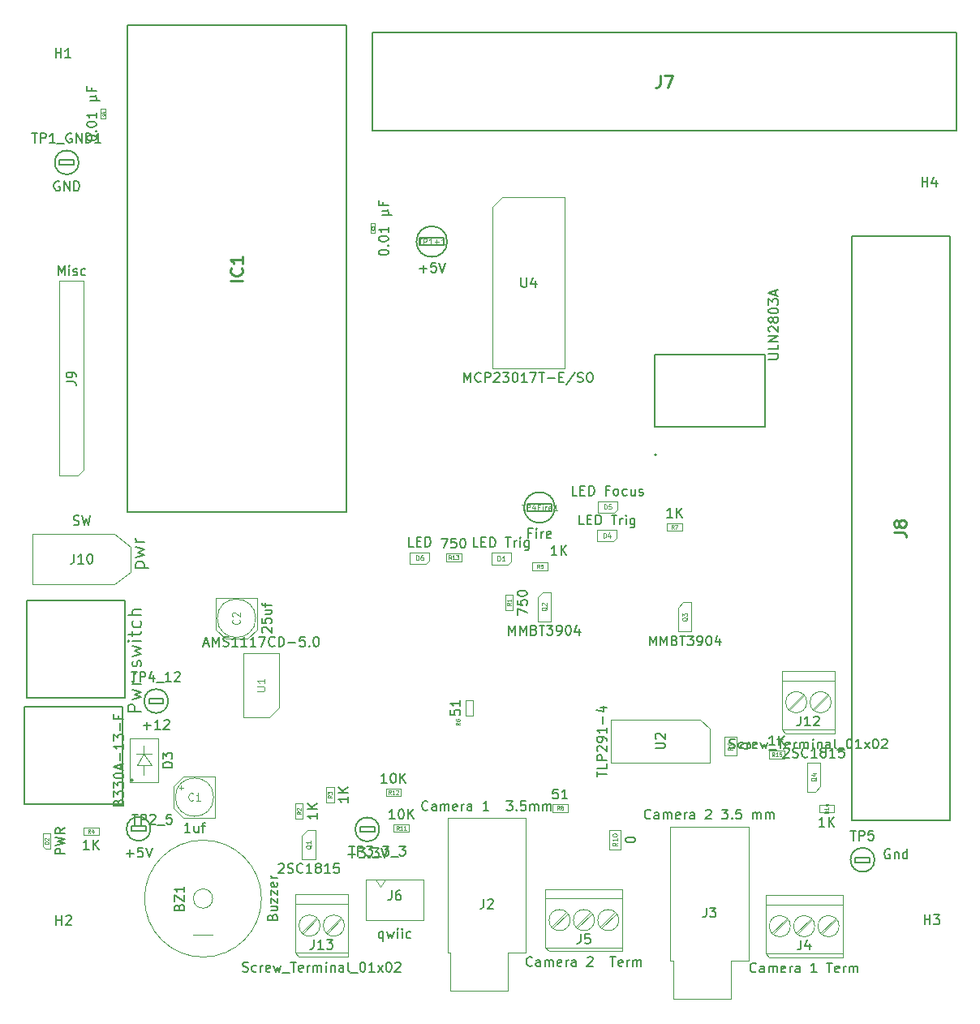
<source format=gbr>
%TF.GenerationSoftware,KiCad,Pcbnew,(5.1.4)-1*%
%TF.CreationDate,2023-07-02T11:44:51-04:00*%
%TF.ProjectId,CameraTriggerSensorNodeOnly,43616d65-7261-4547-9269-676765725365,rev?*%
%TF.SameCoordinates,Original*%
%TF.FileFunction,Other,Fab,Top*%
%FSLAX46Y46*%
G04 Gerber Fmt 4.6, Leading zero omitted, Abs format (unit mm)*
G04 Created by KiCad (PCBNEW (5.1.4)-1) date 2023-07-02 11:44:51*
%MOMM*%
%LPD*%
G04 APERTURE LIST*
%ADD10C,0.100000*%
%ADD11C,0.127000*%
%ADD12C,0.200000*%
%ADD13C,0.150000*%
%ADD14C,0.075000*%
%ADD15C,0.060000*%
%ADD16C,0.080000*%
%ADD17C,0.120000*%
%ADD18C,0.090000*%
%ADD19C,0.254000*%
%ADD20C,0.040000*%
G04 APERTURE END LIST*
D10*
X-65466000Y-94351500D02*
X-67001000Y-95886500D01*
X-65332000Y-94486500D02*
X-66867000Y-96021500D01*
X-68006000Y-94351500D02*
X-69542000Y-95886500D01*
X-67872000Y-94486500D02*
X-69408000Y-96021500D01*
X-70207000Y-92936500D02*
X-64667000Y-92936500D01*
X-70207000Y-98036500D02*
X-64667000Y-98036500D01*
X-70207000Y-98036500D02*
X-70207000Y-91936500D01*
X-69807000Y-98436500D02*
X-70207000Y-98036500D01*
X-64667000Y-98436500D02*
X-69807000Y-98436500D01*
X-64667000Y-91936500D02*
X-64667000Y-98436500D01*
X-70207000Y-91936500D02*
X-64667000Y-91936500D01*
X-65067000Y-95186500D02*
G75*
G03X-65067000Y-95186500I-1100000J0D01*
G01*
X-67607000Y-95186500D02*
G75*
G03X-67607000Y-95186500I-1100000J0D01*
G01*
X-15365500Y-78172500D02*
X-16765500Y-78172500D01*
X-16765500Y-81212500D02*
X-16765500Y-78172500D01*
X-15365500Y-80642500D02*
X-15915500Y-81212500D01*
X-15915500Y-81212500D02*
X-16765500Y-81212500D01*
X-15365500Y-80642500D02*
X-15365500Y-78192500D01*
X-20739000Y-76943000D02*
X-19139000Y-76943000D01*
X-20739000Y-77743000D02*
X-20739000Y-76943000D01*
X-19139000Y-77743000D02*
X-20739000Y-77743000D01*
X-19139000Y-76943000D02*
X-19139000Y-77743000D01*
X-13932000Y-83394500D02*
X-15532000Y-83394500D01*
X-13932000Y-82594500D02*
X-13932000Y-83394500D01*
X-15532000Y-82594500D02*
X-13932000Y-82594500D01*
X-15532000Y-83394500D02*
X-15532000Y-82594500D01*
X-14666000Y-71047000D02*
X-16201000Y-72582000D01*
X-14532000Y-71182000D02*
X-16067000Y-72717000D01*
X-17206000Y-71047000D02*
X-18742000Y-72582000D01*
X-17072000Y-71182000D02*
X-18608000Y-72717000D01*
X-19407000Y-69632000D02*
X-13867000Y-69632000D01*
X-19407000Y-74732000D02*
X-13867000Y-74732000D01*
X-19407000Y-74732000D02*
X-19407000Y-68632000D01*
X-19007000Y-75132000D02*
X-19407000Y-74732000D01*
X-13867000Y-75132000D02*
X-19007000Y-75132000D01*
X-13867000Y-68632000D02*
X-13867000Y-75132000D01*
X-19407000Y-68632000D02*
X-13867000Y-68632000D01*
X-14267000Y-71882000D02*
G75*
G03X-14267000Y-71882000I-1100000J0D01*
G01*
X-16807000Y-71882000D02*
G75*
G03X-16807000Y-71882000I-1100000J0D01*
G01*
D11*
X-88254500Y-82550000D02*
X-98504500Y-82550000D01*
X-98504500Y-82550000D02*
X-98504500Y-72390000D01*
X-98504500Y-72390000D02*
X-88254500Y-72390000D01*
X-88254500Y-72390000D02*
X-88254500Y-82550000D01*
D12*
X-87154500Y-80010000D02*
G75*
G03X-87154500Y-80010000I-100000J0D01*
G01*
D11*
X-87937000Y-71437500D02*
X-98187000Y-71437500D01*
X-98187000Y-71437500D02*
X-98187000Y-61277500D01*
X-98187000Y-61277500D02*
X-87937000Y-61277500D01*
X-87937000Y-61277500D02*
X-87937000Y-71437500D01*
D12*
X-86837000Y-68897500D02*
G75*
G03X-86837000Y-68897500I-100000J0D01*
G01*
D10*
X-58213500Y-56232500D02*
X-58213500Y-57432500D01*
X-56213500Y-56232500D02*
X-58213500Y-56232500D01*
X-56213500Y-57132500D02*
X-56213500Y-56232500D01*
X-56513500Y-57432500D02*
X-56213500Y-57132500D01*
X-58213500Y-57432500D02*
X-56513500Y-57432500D01*
X-38592000Y-50898500D02*
X-38592000Y-52098500D01*
X-36592000Y-50898500D02*
X-38592000Y-50898500D01*
X-36592000Y-51798500D02*
X-36592000Y-50898500D01*
X-36892000Y-52098500D02*
X-36592000Y-51798500D01*
X-38592000Y-52098500D02*
X-36892000Y-52098500D01*
X-38655500Y-53883000D02*
X-38655500Y-55083000D01*
X-36655500Y-53883000D02*
X-38655500Y-53883000D01*
X-36655500Y-54783000D02*
X-36655500Y-53883000D01*
X-36955500Y-55083000D02*
X-36655500Y-54783000D01*
X-38655500Y-55083000D02*
X-36955500Y-55083000D01*
X-49704500Y-56296000D02*
X-49704500Y-57496000D01*
X-47704500Y-56296000D02*
X-49704500Y-56296000D01*
X-47704500Y-57196000D02*
X-47704500Y-56296000D01*
X-48004500Y-57496000D02*
X-47704500Y-57196000D01*
X-49704500Y-57496000D02*
X-48004500Y-57496000D01*
X-80819500Y-96169000D02*
X-78819500Y-96169000D01*
X-78819500Y-92369000D02*
G75*
G03X-78819500Y-92369000I-1000000J0D01*
G01*
X-73719500Y-92369000D02*
G75*
G03X-73719500Y-92369000I-6100000J0D01*
G01*
X-27917500Y-73671000D02*
X-26917500Y-74671000D01*
X-37217500Y-73671000D02*
X-27917500Y-73671000D01*
X-37217500Y-78221000D02*
X-37217500Y-73671000D01*
X-26917500Y-78221000D02*
X-37217500Y-78221000D01*
X-26917500Y-74671000D02*
X-26917500Y-78221000D01*
D13*
X-83459000Y-71755000D02*
G75*
G03X-83459000Y-71755000I-1250000J0D01*
G01*
X-85459000Y-72005000D02*
X-85459000Y-71505000D01*
X-83959000Y-72005000D02*
X-85459000Y-72005000D01*
X-83959000Y-71505000D02*
X-83959000Y-72005000D01*
X-85459000Y-71505000D02*
X-83959000Y-71505000D01*
X-85300500Y-85090000D02*
G75*
G03X-85300500Y-85090000I-1250000J0D01*
G01*
X-87300500Y-85340000D02*
X-87300500Y-84840000D01*
X-85800500Y-85340000D02*
X-87300500Y-85340000D01*
X-85800500Y-84840000D02*
X-85800500Y-85340000D01*
X-87300500Y-84840000D02*
X-85800500Y-84840000D01*
D10*
X-82083273Y-80588000D02*
X-82083273Y-80988000D01*
X-82283273Y-80788000D02*
X-81883273Y-80788000D01*
X-82858500Y-82938000D02*
X-81858500Y-83938000D01*
X-82858500Y-80638000D02*
X-81858500Y-79638000D01*
X-82858500Y-80638000D02*
X-82858500Y-82938000D01*
X-81858500Y-83938000D02*
X-78558500Y-83938000D01*
X-81858500Y-79638000D02*
X-78558500Y-79638000D01*
X-78558500Y-79638000D02*
X-78558500Y-83938000D01*
X-78708500Y-81788000D02*
G75*
G03X-78708500Y-81788000I-2000000J0D01*
G01*
D13*
X-9735500Y-88328500D02*
G75*
G03X-9735500Y-88328500I-1250000J0D01*
G01*
X-11735500Y-88578500D02*
X-11735500Y-88078500D01*
X-10235500Y-88578500D02*
X-11735500Y-88578500D01*
X-10235500Y-88078500D02*
X-10235500Y-88578500D01*
X-11735500Y-88078500D02*
X-10235500Y-88078500D01*
X-54343500Y-23812500D02*
G75*
G03X-54343500Y-23812500I-1600000J0D01*
G01*
X-57193500Y-24212500D02*
X-57193500Y-23412500D01*
X-54693500Y-24212500D02*
X-57193500Y-24212500D01*
X-54693500Y-23412500D02*
X-54693500Y-24212500D01*
X-57193500Y-23412500D02*
X-54693500Y-23412500D01*
X-92793500Y-15557500D02*
G75*
G03X-92793500Y-15557500I-1250000J0D01*
G01*
X-94793500Y-15807500D02*
X-94793500Y-15307500D01*
X-93293500Y-15807500D02*
X-94793500Y-15807500D01*
X-93293500Y-15307500D02*
X-93293500Y-15807500D01*
X-94793500Y-15307500D02*
X-93293500Y-15307500D01*
D10*
X-87379500Y-55659500D02*
X-89079500Y-54359500D01*
X-87379500Y-58259500D02*
X-89079500Y-59559500D01*
X-89079500Y-54359500D02*
X-97579500Y-54359500D01*
X-89079500Y-59559500D02*
X-97579500Y-59559500D01*
X-97579500Y-59559500D02*
X-97579500Y-54359500D01*
X-87379500Y-58259500D02*
X-87379500Y-55659500D01*
X-13840500Y-94415000D02*
X-15375500Y-95950000D01*
X-13706500Y-94550000D02*
X-15241500Y-96085000D01*
X-16380500Y-94415000D02*
X-17915500Y-95950000D01*
X-16246500Y-94550000D02*
X-17781500Y-96085000D01*
X-18920500Y-94415000D02*
X-20456500Y-95950000D01*
X-18786500Y-94550000D02*
X-20322500Y-96085000D01*
X-21121500Y-93000000D02*
X-13041500Y-93000000D01*
X-21121500Y-98100000D02*
X-13041500Y-98100000D01*
X-21121500Y-98100000D02*
X-21121500Y-92000000D01*
X-20721500Y-98500000D02*
X-21121500Y-98100000D01*
X-13041500Y-98500000D02*
X-20721500Y-98500000D01*
X-13041500Y-92000000D02*
X-13041500Y-98500000D01*
X-21121500Y-92000000D02*
X-13041500Y-92000000D01*
X-13441500Y-95250000D02*
G75*
G03X-13441500Y-95250000I-1100000J0D01*
G01*
X-15981500Y-95250000D02*
G75*
G03X-15981500Y-95250000I-1100000J0D01*
G01*
X-18521500Y-95250000D02*
G75*
G03X-18521500Y-95250000I-1100000J0D01*
G01*
X-48001500Y-97974000D02*
X-48001500Y-101974000D01*
X-46101500Y-97974000D02*
X-48001500Y-97974000D01*
X-46101500Y-83974000D02*
X-46101500Y-97974000D01*
X-54301500Y-83974000D02*
X-46101500Y-83974000D01*
X-54301500Y-97974000D02*
X-54301500Y-83974000D01*
X-54001500Y-97974000D02*
X-54301500Y-97974000D01*
X-54001500Y-101974000D02*
X-54001500Y-97974000D01*
X-48001500Y-101974000D02*
X-54001500Y-101974000D01*
D12*
X-1889000Y-23241000D02*
X-1889000Y-84201000D01*
X-1889000Y-84201000D02*
X-12139000Y-84201000D01*
X-12139000Y-84201000D02*
X-12139000Y-23241000D01*
X-12139000Y-23241000D02*
X-1889000Y-23241000D01*
X-62166500Y-2016000D02*
X-1206500Y-2016000D01*
X-1206500Y-2016000D02*
X-1206500Y-12266000D01*
X-1206500Y-12266000D02*
X-62166500Y-12266000D01*
X-62166500Y-12266000D02*
X-62166500Y-2016000D01*
D10*
X-49597000Y-20180500D02*
X-48597000Y-19180500D01*
X-49597000Y-37080500D02*
X-49597000Y-20180500D01*
X-42097000Y-37080500D02*
X-49597000Y-37080500D01*
X-42097000Y-19180500D02*
X-42097000Y-37080500D01*
X-48597000Y-19180500D02*
X-42097000Y-19180500D01*
D13*
X-43104000Y-51562000D02*
G75*
G03X-43104000Y-51562000I-1600000J0D01*
G01*
X-45954000Y-51962000D02*
X-45954000Y-51162000D01*
X-43454000Y-51962000D02*
X-45954000Y-51962000D01*
X-43454000Y-51162000D02*
X-43454000Y-51962000D01*
X-45954000Y-51162000D02*
X-43454000Y-51162000D01*
X-61424500Y-85153500D02*
G75*
G03X-61424500Y-85153500I-1250000J0D01*
G01*
X-63424500Y-85403500D02*
X-63424500Y-84903500D01*
X-61924500Y-85403500D02*
X-63424500Y-85403500D01*
X-61924500Y-84903500D02*
X-61924500Y-85403500D01*
X-63424500Y-84903500D02*
X-61924500Y-84903500D01*
D10*
X-54457500Y-56369000D02*
X-52857500Y-56369000D01*
X-54457500Y-57169000D02*
X-54457500Y-56369000D01*
X-52857500Y-57169000D02*
X-54457500Y-57169000D01*
X-52857500Y-56369000D02*
X-52857500Y-57169000D01*
X-60744000Y-80880000D02*
X-59144000Y-80880000D01*
X-60744000Y-81680000D02*
X-60744000Y-80880000D01*
X-59144000Y-81680000D02*
X-60744000Y-81680000D01*
X-59144000Y-80880000D02*
X-59144000Y-81680000D01*
X-59918500Y-84626500D02*
X-58318500Y-84626500D01*
X-59918500Y-85426500D02*
X-59918500Y-84626500D01*
X-58318500Y-85426500D02*
X-59918500Y-85426500D01*
X-58318500Y-84626500D02*
X-58318500Y-85426500D01*
X-36230000Y-85233000D02*
X-36230000Y-87233000D01*
X-37430000Y-85233000D02*
X-36230000Y-85233000D01*
X-37430000Y-87233000D02*
X-37430000Y-85233000D01*
X-36230000Y-87233000D02*
X-37430000Y-87233000D01*
X-24165000Y-75454000D02*
X-24165000Y-77454000D01*
X-25365000Y-75454000D02*
X-24165000Y-75454000D01*
X-25365000Y-77454000D02*
X-25365000Y-75454000D01*
X-24165000Y-77454000D02*
X-25365000Y-77454000D01*
X-43345000Y-82531000D02*
X-41745000Y-82531000D01*
X-43345000Y-83331000D02*
X-43345000Y-82531000D01*
X-41745000Y-83331000D02*
X-43345000Y-83331000D01*
X-41745000Y-82531000D02*
X-41745000Y-83331000D01*
X-31407000Y-53194000D02*
X-29807000Y-53194000D01*
X-31407000Y-53994000D02*
X-31407000Y-53194000D01*
X-29807000Y-53994000D02*
X-31407000Y-53994000D01*
X-29807000Y-53194000D02*
X-29807000Y-53994000D01*
X-52406500Y-73279000D02*
X-52406500Y-71679000D01*
X-51606500Y-73279000D02*
X-52406500Y-73279000D01*
X-51606500Y-71679000D02*
X-51606500Y-73279000D01*
X-52406500Y-71679000D02*
X-51606500Y-71679000D01*
X-43840500Y-58121500D02*
X-45440500Y-58121500D01*
X-43840500Y-57321500D02*
X-43840500Y-58121500D01*
X-45440500Y-57321500D02*
X-43840500Y-57321500D01*
X-45440500Y-58121500D02*
X-45440500Y-57321500D01*
X-90703500Y-85744000D02*
X-92303500Y-85744000D01*
X-90703500Y-84944000D02*
X-90703500Y-85744000D01*
X-92303500Y-84944000D02*
X-90703500Y-84944000D01*
X-92303500Y-85744000D02*
X-92303500Y-84944000D01*
X-66148000Y-80734000D02*
X-66148000Y-82334000D01*
X-66948000Y-80734000D02*
X-66148000Y-80734000D01*
X-66948000Y-82334000D02*
X-66948000Y-80734000D01*
X-66148000Y-82334000D02*
X-66948000Y-82334000D01*
X-69386500Y-82448500D02*
X-69386500Y-84048500D01*
X-70186500Y-82448500D02*
X-69386500Y-82448500D01*
X-70186500Y-84048500D02*
X-70186500Y-82448500D01*
X-69386500Y-84048500D02*
X-70186500Y-84048500D01*
X-47479000Y-60668000D02*
X-47479000Y-62268000D01*
X-48279000Y-60668000D02*
X-47479000Y-60668000D01*
X-48279000Y-62268000D02*
X-48279000Y-60668000D01*
X-47479000Y-62268000D02*
X-48279000Y-62268000D01*
X-30227500Y-64512000D02*
X-28827500Y-64512000D01*
X-28827500Y-61472000D02*
X-28827500Y-64512000D01*
X-30227500Y-62042000D02*
X-29677500Y-61472000D01*
X-29677500Y-61472000D02*
X-28827500Y-61472000D01*
X-30227500Y-62042000D02*
X-30227500Y-64492000D01*
X-44896000Y-63432500D02*
X-43496000Y-63432500D01*
X-43496000Y-60392500D02*
X-43496000Y-63432500D01*
X-44896000Y-60962500D02*
X-44346000Y-60392500D01*
X-44346000Y-60392500D02*
X-43496000Y-60392500D01*
X-44896000Y-60962500D02*
X-44896000Y-63412500D01*
X-69470500Y-88261000D02*
X-68070500Y-88261000D01*
X-68070500Y-85221000D02*
X-68070500Y-88261000D01*
X-69470500Y-85791000D02*
X-68920500Y-85221000D01*
X-68920500Y-85221000D02*
X-68070500Y-85221000D01*
X-69470500Y-85791000D02*
X-69470500Y-88241000D01*
X-92265500Y-47625000D02*
X-92900500Y-48260000D01*
X-92265500Y-27940000D02*
X-92265500Y-47625000D01*
X-94805500Y-27940000D02*
X-92265500Y-27940000D01*
X-94805500Y-48260000D02*
X-94805500Y-27940000D01*
X-92900500Y-48260000D02*
X-94805500Y-48260000D01*
X-61317000Y-91107107D02*
X-60817000Y-90400000D01*
X-61817000Y-90400000D02*
X-61317000Y-91107107D01*
X-56817000Y-90400000D02*
X-56817000Y-94650000D01*
X-62817000Y-90400000D02*
X-62817000Y-94650000D01*
X-62817000Y-94650000D02*
X-56817000Y-94650000D01*
X-62817000Y-90400000D02*
X-56817000Y-90400000D01*
X-36827500Y-93780000D02*
X-38362500Y-95315000D01*
X-36693500Y-93915000D02*
X-38228500Y-95450000D01*
X-39367500Y-93780000D02*
X-40902500Y-95315000D01*
X-39233500Y-93915000D02*
X-40768500Y-95450000D01*
X-41907500Y-93780000D02*
X-43443500Y-95315000D01*
X-41773500Y-93915000D02*
X-43309500Y-95450000D01*
X-44108500Y-92365000D02*
X-36028500Y-92365000D01*
X-44108500Y-97465000D02*
X-36028500Y-97465000D01*
X-44108500Y-97465000D02*
X-44108500Y-91365000D01*
X-43708500Y-97865000D02*
X-44108500Y-97465000D01*
X-36028500Y-97865000D02*
X-43708500Y-97865000D01*
X-36028500Y-91365000D02*
X-36028500Y-97865000D01*
X-44108500Y-91365000D02*
X-36028500Y-91365000D01*
X-36428500Y-94615000D02*
G75*
G03X-36428500Y-94615000I-1100000J0D01*
G01*
X-38968500Y-94615000D02*
G75*
G03X-38968500Y-94615000I-1100000J0D01*
G01*
X-41508500Y-94615000D02*
G75*
G03X-41508500Y-94615000I-1100000J0D01*
G01*
X-24760500Y-98863000D02*
X-24760500Y-102863000D01*
X-22860500Y-98863000D02*
X-24760500Y-98863000D01*
X-22860500Y-84863000D02*
X-22860500Y-98863000D01*
X-31060500Y-84863000D02*
X-22860500Y-84863000D01*
X-31060500Y-98863000D02*
X-31060500Y-84863000D01*
X-30760500Y-98863000D02*
X-31060500Y-98863000D01*
X-30760500Y-102863000D02*
X-30760500Y-98863000D01*
X-24760500Y-102863000D02*
X-30760500Y-102863000D01*
X-85980020Y-77296560D02*
X-85179920Y-78447180D01*
X-85980020Y-77296560D02*
X-86729320Y-78447180D01*
X-86729320Y-78447180D02*
X-85179920Y-78447180D01*
X-85179920Y-77296560D02*
X-86780120Y-77296560D01*
X-85980020Y-78447180D02*
X-85980020Y-79445400D01*
X-85980020Y-77296560D02*
X-85980020Y-76394860D01*
X-84479000Y-80246000D02*
X-84479000Y-75646000D01*
X-84479000Y-80246000D02*
X-87479000Y-80246000D01*
X-87479000Y-75646000D02*
X-84479000Y-75646000D01*
X-87479000Y-80246000D02*
X-87479000Y-75646000D01*
X-95725000Y-85581500D02*
X-96525000Y-85581500D01*
X-95725000Y-87181500D02*
X-95725000Y-85581500D01*
X-96225000Y-87181500D02*
X-95725000Y-87181500D01*
X-96525000Y-86881500D02*
X-96225000Y-87181500D01*
X-96525000Y-85581500D02*
X-96525000Y-86881500D01*
X-90483500Y-10977500D02*
X-90483500Y-9977500D01*
X-89983500Y-10977500D02*
X-90483500Y-10977500D01*
X-89983500Y-9977500D02*
X-89983500Y-10977500D01*
X-90483500Y-9977500D02*
X-89983500Y-9977500D01*
X-61853000Y-21915500D02*
X-61853000Y-22915500D01*
X-62353000Y-21915500D02*
X-61853000Y-21915500D01*
X-62353000Y-22915500D02*
X-62353000Y-21915500D01*
X-61853000Y-22915500D02*
X-62353000Y-22915500D01*
X-75177000Y-65269000D02*
X-74177000Y-64269000D01*
X-77477000Y-65269000D02*
X-78477000Y-64269000D01*
X-77477000Y-65269000D02*
X-75177000Y-65269000D01*
X-74177000Y-64269000D02*
X-74177000Y-60969000D01*
X-78477000Y-64269000D02*
X-78477000Y-60969000D01*
X-78477000Y-60969000D02*
X-74177000Y-60969000D01*
X-74327000Y-63119000D02*
G75*
G03X-74327000Y-63119000I-2000000J0D01*
G01*
D12*
X-64833500Y-1270000D02*
X-64833500Y-52070000D01*
X-64833500Y-52070000D02*
X-87693500Y-52070000D01*
X-87693500Y-52070000D02*
X-87693500Y-1270000D01*
X-87693500Y-1270000D02*
X-64833500Y-1270000D01*
D10*
X-71873500Y-72404000D02*
X-72923500Y-73454000D01*
X-71873500Y-72404000D02*
X-71873500Y-66754000D01*
X-72923500Y-73454000D02*
X-75573500Y-73454000D01*
X-71873500Y-66754000D02*
X-75573500Y-66754000D01*
X-75573500Y-73454000D02*
X-75573500Y-66754000D01*
D11*
X-32699000Y-35620000D02*
X-21149000Y-35620000D01*
X-32699000Y-43120000D02*
X-21149000Y-43120000D01*
X-21149000Y-43120000D02*
X-21149000Y-35620000D01*
X-32699000Y-43120000D02*
X-32699000Y-35620000D01*
D12*
X-32504000Y-46070000D02*
G75*
G03X-32504000Y-46070000I-100000J0D01*
G01*
D13*
X-75675095Y-99961261D02*
X-75532238Y-100008880D01*
X-75294142Y-100008880D01*
X-75198904Y-99961261D01*
X-75151285Y-99913642D01*
X-75103666Y-99818404D01*
X-75103666Y-99723166D01*
X-75151285Y-99627928D01*
X-75198904Y-99580309D01*
X-75294142Y-99532690D01*
X-75484619Y-99485071D01*
X-75579857Y-99437452D01*
X-75627476Y-99389833D01*
X-75675095Y-99294595D01*
X-75675095Y-99199357D01*
X-75627476Y-99104119D01*
X-75579857Y-99056500D01*
X-75484619Y-99008880D01*
X-75246523Y-99008880D01*
X-75103666Y-99056500D01*
X-74246523Y-99961261D02*
X-74341761Y-100008880D01*
X-74532238Y-100008880D01*
X-74627476Y-99961261D01*
X-74675095Y-99913642D01*
X-74722714Y-99818404D01*
X-74722714Y-99532690D01*
X-74675095Y-99437452D01*
X-74627476Y-99389833D01*
X-74532238Y-99342214D01*
X-74341761Y-99342214D01*
X-74246523Y-99389833D01*
X-73817952Y-100008880D02*
X-73817952Y-99342214D01*
X-73817952Y-99532690D02*
X-73770333Y-99437452D01*
X-73722714Y-99389833D01*
X-73627476Y-99342214D01*
X-73532238Y-99342214D01*
X-72817952Y-99961261D02*
X-72913190Y-100008880D01*
X-73103666Y-100008880D01*
X-73198904Y-99961261D01*
X-73246523Y-99866023D01*
X-73246523Y-99485071D01*
X-73198904Y-99389833D01*
X-73103666Y-99342214D01*
X-72913190Y-99342214D01*
X-72817952Y-99389833D01*
X-72770333Y-99485071D01*
X-72770333Y-99580309D01*
X-73246523Y-99675547D01*
X-72437000Y-99342214D02*
X-72246523Y-100008880D01*
X-72056047Y-99532690D01*
X-71865571Y-100008880D01*
X-71675095Y-99342214D01*
X-71532238Y-100104119D02*
X-70770333Y-100104119D01*
X-70675095Y-99008880D02*
X-70103666Y-99008880D01*
X-70389380Y-100008880D02*
X-70389380Y-99008880D01*
X-69389380Y-99961261D02*
X-69484619Y-100008880D01*
X-69675095Y-100008880D01*
X-69770333Y-99961261D01*
X-69817952Y-99866023D01*
X-69817952Y-99485071D01*
X-69770333Y-99389833D01*
X-69675095Y-99342214D01*
X-69484619Y-99342214D01*
X-69389380Y-99389833D01*
X-69341761Y-99485071D01*
X-69341761Y-99580309D01*
X-69817952Y-99675547D01*
X-68913190Y-100008880D02*
X-68913190Y-99342214D01*
X-68913190Y-99532690D02*
X-68865571Y-99437452D01*
X-68817952Y-99389833D01*
X-68722714Y-99342214D01*
X-68627476Y-99342214D01*
X-68294142Y-100008880D02*
X-68294142Y-99342214D01*
X-68294142Y-99437452D02*
X-68246523Y-99389833D01*
X-68151285Y-99342214D01*
X-68008428Y-99342214D01*
X-67913190Y-99389833D01*
X-67865571Y-99485071D01*
X-67865571Y-100008880D01*
X-67865571Y-99485071D02*
X-67817952Y-99389833D01*
X-67722714Y-99342214D01*
X-67579857Y-99342214D01*
X-67484619Y-99389833D01*
X-67437000Y-99485071D01*
X-67437000Y-100008880D01*
X-66960809Y-100008880D02*
X-66960809Y-99342214D01*
X-66960809Y-99008880D02*
X-67008428Y-99056500D01*
X-66960809Y-99104119D01*
X-66913190Y-99056500D01*
X-66960809Y-99008880D01*
X-66960809Y-99104119D01*
X-66484619Y-99342214D02*
X-66484619Y-100008880D01*
X-66484619Y-99437452D02*
X-66437000Y-99389833D01*
X-66341761Y-99342214D01*
X-66198904Y-99342214D01*
X-66103666Y-99389833D01*
X-66056047Y-99485071D01*
X-66056047Y-100008880D01*
X-65151285Y-100008880D02*
X-65151285Y-99485071D01*
X-65198904Y-99389833D01*
X-65294142Y-99342214D01*
X-65484619Y-99342214D01*
X-65579857Y-99389833D01*
X-65151285Y-99961261D02*
X-65246523Y-100008880D01*
X-65484619Y-100008880D01*
X-65579857Y-99961261D01*
X-65627476Y-99866023D01*
X-65627476Y-99770785D01*
X-65579857Y-99675547D01*
X-65484619Y-99627928D01*
X-65246523Y-99627928D01*
X-65151285Y-99580309D01*
X-64532238Y-100008880D02*
X-64627476Y-99961261D01*
X-64675095Y-99866023D01*
X-64675095Y-99008880D01*
X-64389380Y-100104119D02*
X-63627476Y-100104119D01*
X-63198904Y-99008880D02*
X-63103666Y-99008880D01*
X-63008428Y-99056500D01*
X-62960809Y-99104119D01*
X-62913190Y-99199357D01*
X-62865571Y-99389833D01*
X-62865571Y-99627928D01*
X-62913190Y-99818404D01*
X-62960809Y-99913642D01*
X-63008428Y-99961261D01*
X-63103666Y-100008880D01*
X-63198904Y-100008880D01*
X-63294142Y-99961261D01*
X-63341761Y-99913642D01*
X-63389380Y-99818404D01*
X-63437000Y-99627928D01*
X-63437000Y-99389833D01*
X-63389380Y-99199357D01*
X-63341761Y-99104119D01*
X-63294142Y-99056500D01*
X-63198904Y-99008880D01*
X-61913190Y-100008880D02*
X-62484619Y-100008880D01*
X-62198904Y-100008880D02*
X-62198904Y-99008880D01*
X-62294142Y-99151738D01*
X-62389380Y-99246976D01*
X-62484619Y-99294595D01*
X-61579857Y-100008880D02*
X-61056047Y-99342214D01*
X-61579857Y-99342214D02*
X-61056047Y-100008880D01*
X-60484619Y-99008880D02*
X-60389380Y-99008880D01*
X-60294142Y-99056500D01*
X-60246523Y-99104119D01*
X-60198904Y-99199357D01*
X-60151285Y-99389833D01*
X-60151285Y-99627928D01*
X-60198904Y-99818404D01*
X-60246523Y-99913642D01*
X-60294142Y-99961261D01*
X-60389380Y-100008880D01*
X-60484619Y-100008880D01*
X-60579857Y-99961261D01*
X-60627476Y-99913642D01*
X-60675095Y-99818404D01*
X-60722714Y-99627928D01*
X-60722714Y-99389833D01*
X-60675095Y-99199357D01*
X-60627476Y-99104119D01*
X-60579857Y-99056500D01*
X-60484619Y-99008880D01*
X-59770333Y-99104119D02*
X-59722714Y-99056500D01*
X-59627476Y-99008880D01*
X-59389380Y-99008880D01*
X-59294142Y-99056500D01*
X-59246523Y-99104119D01*
X-59198904Y-99199357D01*
X-59198904Y-99294595D01*
X-59246523Y-99437452D01*
X-59817952Y-100008880D01*
X-59198904Y-100008880D01*
X-68246523Y-96638880D02*
X-68246523Y-97353166D01*
X-68294142Y-97496023D01*
X-68389380Y-97591261D01*
X-68532238Y-97638880D01*
X-68627476Y-97638880D01*
X-67246523Y-97638880D02*
X-67817952Y-97638880D01*
X-67532238Y-97638880D02*
X-67532238Y-96638880D01*
X-67627476Y-96781738D01*
X-67722714Y-96876976D01*
X-67817952Y-96924595D01*
X-66913190Y-96638880D02*
X-66294142Y-96638880D01*
X-66627476Y-97019833D01*
X-66484619Y-97019833D01*
X-66389380Y-97067452D01*
X-66341761Y-97115071D01*
X-66294142Y-97210309D01*
X-66294142Y-97448404D01*
X-66341761Y-97543642D01*
X-66389380Y-97591261D01*
X-66484619Y-97638880D01*
X-66770333Y-97638880D01*
X-66865571Y-97591261D01*
X-66913190Y-97543642D01*
X-19232166Y-76740119D02*
X-19184547Y-76692500D01*
X-19089309Y-76644880D01*
X-18851214Y-76644880D01*
X-18755976Y-76692500D01*
X-18708357Y-76740119D01*
X-18660738Y-76835357D01*
X-18660738Y-76930595D01*
X-18708357Y-77073452D01*
X-19279785Y-77644880D01*
X-18660738Y-77644880D01*
X-18279785Y-77597261D02*
X-18136928Y-77644880D01*
X-17898833Y-77644880D01*
X-17803595Y-77597261D01*
X-17755976Y-77549642D01*
X-17708357Y-77454404D01*
X-17708357Y-77359166D01*
X-17755976Y-77263928D01*
X-17803595Y-77216309D01*
X-17898833Y-77168690D01*
X-18089309Y-77121071D01*
X-18184547Y-77073452D01*
X-18232166Y-77025833D01*
X-18279785Y-76930595D01*
X-18279785Y-76835357D01*
X-18232166Y-76740119D01*
X-18184547Y-76692500D01*
X-18089309Y-76644880D01*
X-17851214Y-76644880D01*
X-17708357Y-76692500D01*
X-16708357Y-77549642D02*
X-16755976Y-77597261D01*
X-16898833Y-77644880D01*
X-16994071Y-77644880D01*
X-17136928Y-77597261D01*
X-17232166Y-77502023D01*
X-17279785Y-77406785D01*
X-17327404Y-77216309D01*
X-17327404Y-77073452D01*
X-17279785Y-76882976D01*
X-17232166Y-76787738D01*
X-17136928Y-76692500D01*
X-16994071Y-76644880D01*
X-16898833Y-76644880D01*
X-16755976Y-76692500D01*
X-16708357Y-76740119D01*
X-15755976Y-77644880D02*
X-16327404Y-77644880D01*
X-16041690Y-77644880D02*
X-16041690Y-76644880D01*
X-16136928Y-76787738D01*
X-16232166Y-76882976D01*
X-16327404Y-76930595D01*
X-15184547Y-77073452D02*
X-15279785Y-77025833D01*
X-15327404Y-76978214D01*
X-15375023Y-76882976D01*
X-15375023Y-76835357D01*
X-15327404Y-76740119D01*
X-15279785Y-76692500D01*
X-15184547Y-76644880D01*
X-14994071Y-76644880D01*
X-14898833Y-76692500D01*
X-14851214Y-76740119D01*
X-14803595Y-76835357D01*
X-14803595Y-76882976D01*
X-14851214Y-76978214D01*
X-14898833Y-77025833D01*
X-14994071Y-77073452D01*
X-15184547Y-77073452D01*
X-15279785Y-77121071D01*
X-15327404Y-77168690D01*
X-15375023Y-77263928D01*
X-15375023Y-77454404D01*
X-15327404Y-77549642D01*
X-15279785Y-77597261D01*
X-15184547Y-77644880D01*
X-14994071Y-77644880D01*
X-14898833Y-77597261D01*
X-14851214Y-77549642D01*
X-14803595Y-77454404D01*
X-14803595Y-77263928D01*
X-14851214Y-77168690D01*
X-14898833Y-77121071D01*
X-14994071Y-77073452D01*
X-13851214Y-77644880D02*
X-14422642Y-77644880D01*
X-14136928Y-77644880D02*
X-14136928Y-76644880D01*
X-14232166Y-76787738D01*
X-14327404Y-76882976D01*
X-14422642Y-76930595D01*
X-12946452Y-76644880D02*
X-13422642Y-76644880D01*
X-13470261Y-77121071D01*
X-13422642Y-77073452D01*
X-13327404Y-77025833D01*
X-13089309Y-77025833D01*
X-12994071Y-77073452D01*
X-12946452Y-77121071D01*
X-12898833Y-77216309D01*
X-12898833Y-77454404D01*
X-12946452Y-77549642D01*
X-12994071Y-77597261D01*
X-13089309Y-77644880D01*
X-13327404Y-77644880D01*
X-13422642Y-77597261D01*
X-13470261Y-77549642D01*
D14*
X-15791690Y-79740119D02*
X-15815500Y-79787738D01*
X-15863119Y-79835357D01*
X-15934547Y-79906785D01*
X-15958357Y-79954404D01*
X-15958357Y-80002023D01*
X-15839309Y-79978214D02*
X-15863119Y-80025833D01*
X-15910738Y-80073452D01*
X-16005976Y-80097261D01*
X-16172642Y-80097261D01*
X-16267880Y-80073452D01*
X-16315500Y-80025833D01*
X-16339309Y-79978214D01*
X-16339309Y-79882976D01*
X-16315500Y-79835357D01*
X-16267880Y-79787738D01*
X-16172642Y-79763928D01*
X-16005976Y-79763928D01*
X-15910738Y-79787738D01*
X-15863119Y-79835357D01*
X-15839309Y-79882976D01*
X-15839309Y-79978214D01*
X-16172642Y-79335357D02*
X-15839309Y-79335357D01*
X-16363119Y-79454404D02*
X-16005976Y-79573452D01*
X-16005976Y-79263928D01*
D13*
X-20153285Y-76365380D02*
X-20724714Y-76365380D01*
X-20439000Y-76365380D02*
X-20439000Y-75365380D01*
X-20534238Y-75508238D01*
X-20629476Y-75603476D01*
X-20724714Y-75651095D01*
X-19724714Y-76365380D02*
X-19724714Y-75365380D01*
X-19153285Y-76365380D02*
X-19581857Y-75793952D01*
X-19153285Y-75365380D02*
X-19724714Y-75936809D01*
D15*
X-20196142Y-77523952D02*
X-20329476Y-77333476D01*
X-20424714Y-77523952D02*
X-20424714Y-77123952D01*
X-20272333Y-77123952D01*
X-20234238Y-77143000D01*
X-20215190Y-77162047D01*
X-20196142Y-77200142D01*
X-20196142Y-77257285D01*
X-20215190Y-77295380D01*
X-20234238Y-77314428D01*
X-20272333Y-77333476D01*
X-20424714Y-77333476D01*
X-19815190Y-77523952D02*
X-20043761Y-77523952D01*
X-19929476Y-77523952D02*
X-19929476Y-77123952D01*
X-19967571Y-77181095D01*
X-20005666Y-77219190D01*
X-20043761Y-77238238D01*
X-19453285Y-77123952D02*
X-19643761Y-77123952D01*
X-19662809Y-77314428D01*
X-19643761Y-77295380D01*
X-19605666Y-77276333D01*
X-19510428Y-77276333D01*
X-19472333Y-77295380D01*
X-19453285Y-77314428D01*
X-19434238Y-77352523D01*
X-19434238Y-77447761D01*
X-19453285Y-77485857D01*
X-19472333Y-77504904D01*
X-19510428Y-77523952D01*
X-19605666Y-77523952D01*
X-19643761Y-77504904D01*
X-19662809Y-77485857D01*
D13*
X-14946285Y-84876880D02*
X-15517714Y-84876880D01*
X-15232000Y-84876880D02*
X-15232000Y-83876880D01*
X-15327238Y-84019738D01*
X-15422476Y-84114976D01*
X-15517714Y-84162595D01*
X-14517714Y-84876880D02*
X-14517714Y-83876880D01*
X-13946285Y-84876880D02*
X-14374857Y-84305452D01*
X-13946285Y-83876880D02*
X-14517714Y-84448309D01*
D15*
X-14551047Y-83251642D02*
X-14741523Y-83384976D01*
X-14551047Y-83480214D02*
X-14951047Y-83480214D01*
X-14951047Y-83327833D01*
X-14932000Y-83289738D01*
X-14912952Y-83270690D01*
X-14874857Y-83251642D01*
X-14817714Y-83251642D01*
X-14779619Y-83270690D01*
X-14760571Y-83289738D01*
X-14741523Y-83327833D01*
X-14741523Y-83480214D01*
X-14551047Y-82870690D02*
X-14551047Y-83099261D01*
X-14551047Y-82984976D02*
X-14951047Y-82984976D01*
X-14893904Y-83023071D01*
X-14855809Y-83061166D01*
X-14836761Y-83099261D01*
X-14817714Y-82527833D02*
X-14551047Y-82527833D01*
X-14970095Y-82623071D02*
X-14684380Y-82718309D01*
X-14684380Y-82470690D01*
D13*
X-24875095Y-76656761D02*
X-24732238Y-76704380D01*
X-24494142Y-76704380D01*
X-24398904Y-76656761D01*
X-24351285Y-76609142D01*
X-24303666Y-76513904D01*
X-24303666Y-76418666D01*
X-24351285Y-76323428D01*
X-24398904Y-76275809D01*
X-24494142Y-76228190D01*
X-24684619Y-76180571D01*
X-24779857Y-76132952D01*
X-24827476Y-76085333D01*
X-24875095Y-75990095D01*
X-24875095Y-75894857D01*
X-24827476Y-75799619D01*
X-24779857Y-75752000D01*
X-24684619Y-75704380D01*
X-24446523Y-75704380D01*
X-24303666Y-75752000D01*
X-23446523Y-76656761D02*
X-23541761Y-76704380D01*
X-23732238Y-76704380D01*
X-23827476Y-76656761D01*
X-23875095Y-76609142D01*
X-23922714Y-76513904D01*
X-23922714Y-76228190D01*
X-23875095Y-76132952D01*
X-23827476Y-76085333D01*
X-23732238Y-76037714D01*
X-23541761Y-76037714D01*
X-23446523Y-76085333D01*
X-23017952Y-76704380D02*
X-23017952Y-76037714D01*
X-23017952Y-76228190D02*
X-22970333Y-76132952D01*
X-22922714Y-76085333D01*
X-22827476Y-76037714D01*
X-22732238Y-76037714D01*
X-22017952Y-76656761D02*
X-22113190Y-76704380D01*
X-22303666Y-76704380D01*
X-22398904Y-76656761D01*
X-22446523Y-76561523D01*
X-22446523Y-76180571D01*
X-22398904Y-76085333D01*
X-22303666Y-76037714D01*
X-22113190Y-76037714D01*
X-22017952Y-76085333D01*
X-21970333Y-76180571D01*
X-21970333Y-76275809D01*
X-22446523Y-76371047D01*
X-21637000Y-76037714D02*
X-21446523Y-76704380D01*
X-21256047Y-76228190D01*
X-21065571Y-76704380D01*
X-20875095Y-76037714D01*
X-20732238Y-76799619D02*
X-19970333Y-76799619D01*
X-19875095Y-75704380D02*
X-19303666Y-75704380D01*
X-19589380Y-76704380D02*
X-19589380Y-75704380D01*
X-18589380Y-76656761D02*
X-18684619Y-76704380D01*
X-18875095Y-76704380D01*
X-18970333Y-76656761D01*
X-19017952Y-76561523D01*
X-19017952Y-76180571D01*
X-18970333Y-76085333D01*
X-18875095Y-76037714D01*
X-18684619Y-76037714D01*
X-18589380Y-76085333D01*
X-18541761Y-76180571D01*
X-18541761Y-76275809D01*
X-19017952Y-76371047D01*
X-18113190Y-76704380D02*
X-18113190Y-76037714D01*
X-18113190Y-76228190D02*
X-18065571Y-76132952D01*
X-18017952Y-76085333D01*
X-17922714Y-76037714D01*
X-17827476Y-76037714D01*
X-17494142Y-76704380D02*
X-17494142Y-76037714D01*
X-17494142Y-76132952D02*
X-17446523Y-76085333D01*
X-17351285Y-76037714D01*
X-17208428Y-76037714D01*
X-17113190Y-76085333D01*
X-17065571Y-76180571D01*
X-17065571Y-76704380D01*
X-17065571Y-76180571D02*
X-17017952Y-76085333D01*
X-16922714Y-76037714D01*
X-16779857Y-76037714D01*
X-16684619Y-76085333D01*
X-16637000Y-76180571D01*
X-16637000Y-76704380D01*
X-16160809Y-76704380D02*
X-16160809Y-76037714D01*
X-16160809Y-75704380D02*
X-16208428Y-75752000D01*
X-16160809Y-75799619D01*
X-16113190Y-75752000D01*
X-16160809Y-75704380D01*
X-16160809Y-75799619D01*
X-15684619Y-76037714D02*
X-15684619Y-76704380D01*
X-15684619Y-76132952D02*
X-15637000Y-76085333D01*
X-15541761Y-76037714D01*
X-15398904Y-76037714D01*
X-15303666Y-76085333D01*
X-15256047Y-76180571D01*
X-15256047Y-76704380D01*
X-14351285Y-76704380D02*
X-14351285Y-76180571D01*
X-14398904Y-76085333D01*
X-14494142Y-76037714D01*
X-14684619Y-76037714D01*
X-14779857Y-76085333D01*
X-14351285Y-76656761D02*
X-14446523Y-76704380D01*
X-14684619Y-76704380D01*
X-14779857Y-76656761D01*
X-14827476Y-76561523D01*
X-14827476Y-76466285D01*
X-14779857Y-76371047D01*
X-14684619Y-76323428D01*
X-14446523Y-76323428D01*
X-14351285Y-76275809D01*
X-13732238Y-76704380D02*
X-13827476Y-76656761D01*
X-13875095Y-76561523D01*
X-13875095Y-75704380D01*
X-13589380Y-76799619D02*
X-12827476Y-76799619D01*
X-12398904Y-75704380D02*
X-12303666Y-75704380D01*
X-12208428Y-75752000D01*
X-12160809Y-75799619D01*
X-12113190Y-75894857D01*
X-12065571Y-76085333D01*
X-12065571Y-76323428D01*
X-12113190Y-76513904D01*
X-12160809Y-76609142D01*
X-12208428Y-76656761D01*
X-12303666Y-76704380D01*
X-12398904Y-76704380D01*
X-12494142Y-76656761D01*
X-12541761Y-76609142D01*
X-12589380Y-76513904D01*
X-12637000Y-76323428D01*
X-12637000Y-76085333D01*
X-12589380Y-75894857D01*
X-12541761Y-75799619D01*
X-12494142Y-75752000D01*
X-12398904Y-75704380D01*
X-11113190Y-76704380D02*
X-11684619Y-76704380D01*
X-11398904Y-76704380D02*
X-11398904Y-75704380D01*
X-11494142Y-75847238D01*
X-11589380Y-75942476D01*
X-11684619Y-75990095D01*
X-10779857Y-76704380D02*
X-10256047Y-76037714D01*
X-10779857Y-76037714D02*
X-10256047Y-76704380D01*
X-9684619Y-75704380D02*
X-9589380Y-75704380D01*
X-9494142Y-75752000D01*
X-9446523Y-75799619D01*
X-9398904Y-75894857D01*
X-9351285Y-76085333D01*
X-9351285Y-76323428D01*
X-9398904Y-76513904D01*
X-9446523Y-76609142D01*
X-9494142Y-76656761D01*
X-9589380Y-76704380D01*
X-9684619Y-76704380D01*
X-9779857Y-76656761D01*
X-9827476Y-76609142D01*
X-9875095Y-76513904D01*
X-9922714Y-76323428D01*
X-9922714Y-76085333D01*
X-9875095Y-75894857D01*
X-9827476Y-75799619D01*
X-9779857Y-75752000D01*
X-9684619Y-75704380D01*
X-8970333Y-75799619D02*
X-8922714Y-75752000D01*
X-8827476Y-75704380D01*
X-8589380Y-75704380D01*
X-8494142Y-75752000D01*
X-8446523Y-75799619D01*
X-8398904Y-75894857D01*
X-8398904Y-75990095D01*
X-8446523Y-76132952D01*
X-9017952Y-76704380D01*
X-8398904Y-76704380D01*
X-17446523Y-73334380D02*
X-17446523Y-74048666D01*
X-17494142Y-74191523D01*
X-17589380Y-74286761D01*
X-17732238Y-74334380D01*
X-17827476Y-74334380D01*
X-16446523Y-74334380D02*
X-17017952Y-74334380D01*
X-16732238Y-74334380D02*
X-16732238Y-73334380D01*
X-16827476Y-73477238D01*
X-16922714Y-73572476D01*
X-17017952Y-73620095D01*
X-16065571Y-73429619D02*
X-16017952Y-73382000D01*
X-15922714Y-73334380D01*
X-15684619Y-73334380D01*
X-15589380Y-73382000D01*
X-15541761Y-73429619D01*
X-15494142Y-73524857D01*
X-15494142Y-73620095D01*
X-15541761Y-73762952D01*
X-16113190Y-74334380D01*
X-15494142Y-74334380D01*
X-86260166Y-72881333D02*
X-87660166Y-72881333D01*
X-87660166Y-72348000D01*
X-87593500Y-72214666D01*
X-87526833Y-72148000D01*
X-87393500Y-72081333D01*
X-87193500Y-72081333D01*
X-87060166Y-72148000D01*
X-86993500Y-72214666D01*
X-86926833Y-72348000D01*
X-86926833Y-72881333D01*
X-87193500Y-71614666D02*
X-86260166Y-71348000D01*
X-86926833Y-71081333D01*
X-86260166Y-70814666D01*
X-87193500Y-70548000D01*
X-86260166Y-70014666D02*
X-87193500Y-70014666D01*
X-86926833Y-70014666D02*
X-87060166Y-69948000D01*
X-87126833Y-69881333D01*
X-87193500Y-69748000D01*
X-87193500Y-69614666D01*
X-86326833Y-68148000D02*
X-86260166Y-68014666D01*
X-86260166Y-67748000D01*
X-86326833Y-67614666D01*
X-86460166Y-67548000D01*
X-86526833Y-67548000D01*
X-86660166Y-67614666D01*
X-86726833Y-67748000D01*
X-86726833Y-67948000D01*
X-86793500Y-68081333D01*
X-86926833Y-68148000D01*
X-86993500Y-68148000D01*
X-87126833Y-68081333D01*
X-87193500Y-67948000D01*
X-87193500Y-67748000D01*
X-87126833Y-67614666D01*
X-87193500Y-67081333D02*
X-86260166Y-66814666D01*
X-86926833Y-66548000D01*
X-86260166Y-66281333D01*
X-87193500Y-66014666D01*
X-86260166Y-65481333D02*
X-87193500Y-65481333D01*
X-87660166Y-65481333D02*
X-87593500Y-65548000D01*
X-87526833Y-65481333D01*
X-87593500Y-65414666D01*
X-87660166Y-65481333D01*
X-87526833Y-65481333D01*
X-87193500Y-65014666D02*
X-87193500Y-64481333D01*
X-87660166Y-64814666D02*
X-86460166Y-64814666D01*
X-86326833Y-64748000D01*
X-86260166Y-64614666D01*
X-86260166Y-64481333D01*
X-86326833Y-63414666D02*
X-86260166Y-63548000D01*
X-86260166Y-63814666D01*
X-86326833Y-63948000D01*
X-86393500Y-64014666D01*
X-86526833Y-64081333D01*
X-86926833Y-64081333D01*
X-87060166Y-64014666D01*
X-87126833Y-63948000D01*
X-87193500Y-63814666D01*
X-87193500Y-63548000D01*
X-87126833Y-63414666D01*
X-86260166Y-62814666D02*
X-87660166Y-62814666D01*
X-86260166Y-62214666D02*
X-86993500Y-62214666D01*
X-87126833Y-62281333D01*
X-87193500Y-62414666D01*
X-87193500Y-62614666D01*
X-87126833Y-62748000D01*
X-87060166Y-62814666D01*
X-86876000Y-57902166D02*
X-85476000Y-57902166D01*
X-86809333Y-57902166D02*
X-86876000Y-57768833D01*
X-86876000Y-57502166D01*
X-86809333Y-57368833D01*
X-86742666Y-57302166D01*
X-86609333Y-57235500D01*
X-86209333Y-57235500D01*
X-86076000Y-57302166D01*
X-86009333Y-57368833D01*
X-85942666Y-57502166D01*
X-85942666Y-57768833D01*
X-86009333Y-57902166D01*
X-86876000Y-56768833D02*
X-85942666Y-56502166D01*
X-86609333Y-56235500D01*
X-85942666Y-55968833D01*
X-86876000Y-55702166D01*
X-85942666Y-55168833D02*
X-86876000Y-55168833D01*
X-86609333Y-55168833D02*
X-86742666Y-55102166D01*
X-86809333Y-55035500D01*
X-86876000Y-54902166D01*
X-86876000Y-54768833D01*
X-57856357Y-55634880D02*
X-58332547Y-55634880D01*
X-58332547Y-54634880D01*
X-57523023Y-55111071D02*
X-57189690Y-55111071D01*
X-57046833Y-55634880D02*
X-57523023Y-55634880D01*
X-57523023Y-54634880D01*
X-57046833Y-54634880D01*
X-56618261Y-55634880D02*
X-56618261Y-54634880D01*
X-56380166Y-54634880D01*
X-56237309Y-54682500D01*
X-56142071Y-54777738D01*
X-56094452Y-54872976D01*
X-56046833Y-55063452D01*
X-56046833Y-55206309D01*
X-56094452Y-55396785D01*
X-56142071Y-55492023D01*
X-56237309Y-55587261D01*
X-56380166Y-55634880D01*
X-56618261Y-55634880D01*
D16*
X-57582547Y-57058690D02*
X-57582547Y-56558690D01*
X-57463500Y-56558690D01*
X-57392071Y-56582500D01*
X-57344452Y-56630119D01*
X-57320642Y-56677738D01*
X-57296833Y-56772976D01*
X-57296833Y-56844404D01*
X-57320642Y-56939642D01*
X-57344452Y-56987261D01*
X-57392071Y-57034880D01*
X-57463500Y-57058690D01*
X-57582547Y-57058690D01*
X-56868261Y-56558690D02*
X-56963500Y-56558690D01*
X-57011119Y-56582500D01*
X-57034928Y-56606309D01*
X-57082547Y-56677738D01*
X-57106357Y-56772976D01*
X-57106357Y-56963452D01*
X-57082547Y-57011071D01*
X-57058738Y-57034880D01*
X-57011119Y-57058690D01*
X-56915880Y-57058690D01*
X-56868261Y-57034880D01*
X-56844452Y-57011071D01*
X-56820642Y-56963452D01*
X-56820642Y-56844404D01*
X-56844452Y-56796785D01*
X-56868261Y-56772976D01*
X-56915880Y-56749166D01*
X-57011119Y-56749166D01*
X-57058738Y-56772976D01*
X-57082547Y-56796785D01*
X-57106357Y-56844404D01*
D13*
X-40782476Y-50300880D02*
X-41258666Y-50300880D01*
X-41258666Y-49300880D01*
X-40449142Y-49777071D02*
X-40115809Y-49777071D01*
X-39972952Y-50300880D02*
X-40449142Y-50300880D01*
X-40449142Y-49300880D01*
X-39972952Y-49300880D01*
X-39544380Y-50300880D02*
X-39544380Y-49300880D01*
X-39306285Y-49300880D01*
X-39163428Y-49348500D01*
X-39068190Y-49443738D01*
X-39020571Y-49538976D01*
X-38972952Y-49729452D01*
X-38972952Y-49872309D01*
X-39020571Y-50062785D01*
X-39068190Y-50158023D01*
X-39163428Y-50253261D01*
X-39306285Y-50300880D01*
X-39544380Y-50300880D01*
X-37449142Y-49777071D02*
X-37782476Y-49777071D01*
X-37782476Y-50300880D02*
X-37782476Y-49300880D01*
X-37306285Y-49300880D01*
X-36782476Y-50300880D02*
X-36877714Y-50253261D01*
X-36925333Y-50205642D01*
X-36972952Y-50110404D01*
X-36972952Y-49824690D01*
X-36925333Y-49729452D01*
X-36877714Y-49681833D01*
X-36782476Y-49634214D01*
X-36639619Y-49634214D01*
X-36544380Y-49681833D01*
X-36496761Y-49729452D01*
X-36449142Y-49824690D01*
X-36449142Y-50110404D01*
X-36496761Y-50205642D01*
X-36544380Y-50253261D01*
X-36639619Y-50300880D01*
X-36782476Y-50300880D01*
X-35592000Y-50253261D02*
X-35687238Y-50300880D01*
X-35877714Y-50300880D01*
X-35972952Y-50253261D01*
X-36020571Y-50205642D01*
X-36068190Y-50110404D01*
X-36068190Y-49824690D01*
X-36020571Y-49729452D01*
X-35972952Y-49681833D01*
X-35877714Y-49634214D01*
X-35687238Y-49634214D01*
X-35592000Y-49681833D01*
X-34734857Y-49634214D02*
X-34734857Y-50300880D01*
X-35163428Y-49634214D02*
X-35163428Y-50158023D01*
X-35115809Y-50253261D01*
X-35020571Y-50300880D01*
X-34877714Y-50300880D01*
X-34782476Y-50253261D01*
X-34734857Y-50205642D01*
X-34306285Y-50253261D02*
X-34211047Y-50300880D01*
X-34020571Y-50300880D01*
X-33925333Y-50253261D01*
X-33877714Y-50158023D01*
X-33877714Y-50110404D01*
X-33925333Y-50015166D01*
X-34020571Y-49967547D01*
X-34163428Y-49967547D01*
X-34258666Y-49919928D01*
X-34306285Y-49824690D01*
X-34306285Y-49777071D01*
X-34258666Y-49681833D01*
X-34163428Y-49634214D01*
X-34020571Y-49634214D01*
X-33925333Y-49681833D01*
D16*
X-37961047Y-51724690D02*
X-37961047Y-51224690D01*
X-37842000Y-51224690D01*
X-37770571Y-51248500D01*
X-37722952Y-51296119D01*
X-37699142Y-51343738D01*
X-37675333Y-51438976D01*
X-37675333Y-51510404D01*
X-37699142Y-51605642D01*
X-37722952Y-51653261D01*
X-37770571Y-51700880D01*
X-37842000Y-51724690D01*
X-37961047Y-51724690D01*
X-37222952Y-51224690D02*
X-37461047Y-51224690D01*
X-37484857Y-51462785D01*
X-37461047Y-51438976D01*
X-37413428Y-51415166D01*
X-37294380Y-51415166D01*
X-37246761Y-51438976D01*
X-37222952Y-51462785D01*
X-37199142Y-51510404D01*
X-37199142Y-51629452D01*
X-37222952Y-51677071D01*
X-37246761Y-51700880D01*
X-37294380Y-51724690D01*
X-37413428Y-51724690D01*
X-37461047Y-51700880D01*
X-37484857Y-51677071D01*
D13*
X-40060261Y-53335380D02*
X-40536452Y-53335380D01*
X-40536452Y-52335380D01*
X-39726928Y-52811571D02*
X-39393595Y-52811571D01*
X-39250738Y-53335380D02*
X-39726928Y-53335380D01*
X-39726928Y-52335380D01*
X-39250738Y-52335380D01*
X-38822166Y-53335380D02*
X-38822166Y-52335380D01*
X-38584071Y-52335380D01*
X-38441214Y-52383000D01*
X-38345976Y-52478238D01*
X-38298357Y-52573476D01*
X-38250738Y-52763952D01*
X-38250738Y-52906809D01*
X-38298357Y-53097285D01*
X-38345976Y-53192523D01*
X-38441214Y-53287761D01*
X-38584071Y-53335380D01*
X-38822166Y-53335380D01*
X-37203119Y-52335380D02*
X-36631690Y-52335380D01*
X-36917404Y-53335380D02*
X-36917404Y-52335380D01*
X-36298357Y-53335380D02*
X-36298357Y-52668714D01*
X-36298357Y-52859190D02*
X-36250738Y-52763952D01*
X-36203119Y-52716333D01*
X-36107880Y-52668714D01*
X-36012642Y-52668714D01*
X-35679309Y-53335380D02*
X-35679309Y-52668714D01*
X-35679309Y-52335380D02*
X-35726928Y-52383000D01*
X-35679309Y-52430619D01*
X-35631690Y-52383000D01*
X-35679309Y-52335380D01*
X-35679309Y-52430619D01*
X-34774547Y-52668714D02*
X-34774547Y-53478238D01*
X-34822166Y-53573476D01*
X-34869785Y-53621095D01*
X-34965023Y-53668714D01*
X-35107880Y-53668714D01*
X-35203119Y-53621095D01*
X-34774547Y-53287761D02*
X-34869785Y-53335380D01*
X-35060261Y-53335380D01*
X-35155500Y-53287761D01*
X-35203119Y-53240142D01*
X-35250738Y-53144904D01*
X-35250738Y-52859190D01*
X-35203119Y-52763952D01*
X-35155500Y-52716333D01*
X-35060261Y-52668714D01*
X-34869785Y-52668714D01*
X-34774547Y-52716333D01*
D16*
X-38024547Y-54709190D02*
X-38024547Y-54209190D01*
X-37905500Y-54209190D01*
X-37834071Y-54233000D01*
X-37786452Y-54280619D01*
X-37762642Y-54328238D01*
X-37738833Y-54423476D01*
X-37738833Y-54494904D01*
X-37762642Y-54590142D01*
X-37786452Y-54637761D01*
X-37834071Y-54685380D01*
X-37905500Y-54709190D01*
X-38024547Y-54709190D01*
X-37310261Y-54375857D02*
X-37310261Y-54709190D01*
X-37429309Y-54185380D02*
X-37548357Y-54542523D01*
X-37238833Y-54542523D01*
D13*
X-51109261Y-55698380D02*
X-51585452Y-55698380D01*
X-51585452Y-54698380D01*
X-50775928Y-55174571D02*
X-50442595Y-55174571D01*
X-50299738Y-55698380D02*
X-50775928Y-55698380D01*
X-50775928Y-54698380D01*
X-50299738Y-54698380D01*
X-49871166Y-55698380D02*
X-49871166Y-54698380D01*
X-49633071Y-54698380D01*
X-49490214Y-54746000D01*
X-49394976Y-54841238D01*
X-49347357Y-54936476D01*
X-49299738Y-55126952D01*
X-49299738Y-55269809D01*
X-49347357Y-55460285D01*
X-49394976Y-55555523D01*
X-49490214Y-55650761D01*
X-49633071Y-55698380D01*
X-49871166Y-55698380D01*
X-48252119Y-54698380D02*
X-47680690Y-54698380D01*
X-47966404Y-55698380D02*
X-47966404Y-54698380D01*
X-47347357Y-55698380D02*
X-47347357Y-55031714D01*
X-47347357Y-55222190D02*
X-47299738Y-55126952D01*
X-47252119Y-55079333D01*
X-47156880Y-55031714D01*
X-47061642Y-55031714D01*
X-46728309Y-55698380D02*
X-46728309Y-55031714D01*
X-46728309Y-54698380D02*
X-46775928Y-54746000D01*
X-46728309Y-54793619D01*
X-46680690Y-54746000D01*
X-46728309Y-54698380D01*
X-46728309Y-54793619D01*
X-45823547Y-55031714D02*
X-45823547Y-55841238D01*
X-45871166Y-55936476D01*
X-45918785Y-55984095D01*
X-46014023Y-56031714D01*
X-46156880Y-56031714D01*
X-46252119Y-55984095D01*
X-45823547Y-55650761D02*
X-45918785Y-55698380D01*
X-46109261Y-55698380D01*
X-46204500Y-55650761D01*
X-46252119Y-55603142D01*
X-46299738Y-55507904D01*
X-46299738Y-55222190D01*
X-46252119Y-55126952D01*
X-46204500Y-55079333D01*
X-46109261Y-55031714D01*
X-45918785Y-55031714D01*
X-45823547Y-55079333D01*
D16*
X-49073547Y-57122190D02*
X-49073547Y-56622190D01*
X-48954500Y-56622190D01*
X-48883071Y-56646000D01*
X-48835452Y-56693619D01*
X-48811642Y-56741238D01*
X-48787833Y-56836476D01*
X-48787833Y-56907904D01*
X-48811642Y-57003142D01*
X-48835452Y-57050761D01*
X-48883071Y-57098380D01*
X-48954500Y-57122190D01*
X-49073547Y-57122190D01*
X-48311642Y-57122190D02*
X-48597357Y-57122190D01*
X-48454500Y-57122190D02*
X-48454500Y-56622190D01*
X-48502119Y-56693619D01*
X-48549738Y-56741238D01*
X-48597357Y-56765047D01*
D13*
X-72580928Y-94297571D02*
X-72533309Y-94154714D01*
X-72485690Y-94107095D01*
X-72390452Y-94059476D01*
X-72247595Y-94059476D01*
X-72152357Y-94107095D01*
X-72104738Y-94154714D01*
X-72057119Y-94249952D01*
X-72057119Y-94630904D01*
X-73057119Y-94630904D01*
X-73057119Y-94297571D01*
X-73009500Y-94202333D01*
X-72961880Y-94154714D01*
X-72866642Y-94107095D01*
X-72771404Y-94107095D01*
X-72676166Y-94154714D01*
X-72628547Y-94202333D01*
X-72580928Y-94297571D01*
X-72580928Y-94630904D01*
X-72723785Y-93202333D02*
X-72057119Y-93202333D01*
X-72723785Y-93630904D02*
X-72199976Y-93630904D01*
X-72104738Y-93583285D01*
X-72057119Y-93488047D01*
X-72057119Y-93345190D01*
X-72104738Y-93249952D01*
X-72152357Y-93202333D01*
X-72723785Y-92821380D02*
X-72723785Y-92297571D01*
X-72057119Y-92821380D01*
X-72057119Y-92297571D01*
X-72723785Y-92011857D02*
X-72723785Y-91488047D01*
X-72057119Y-92011857D01*
X-72057119Y-91488047D01*
X-72104738Y-90726142D02*
X-72057119Y-90821380D01*
X-72057119Y-91011857D01*
X-72104738Y-91107095D01*
X-72199976Y-91154714D01*
X-72580928Y-91154714D01*
X-72676166Y-91107095D01*
X-72723785Y-91011857D01*
X-72723785Y-90821380D01*
X-72676166Y-90726142D01*
X-72580928Y-90678523D01*
X-72485690Y-90678523D01*
X-72390452Y-91154714D01*
X-72057119Y-90249952D02*
X-72723785Y-90249952D01*
X-72533309Y-90249952D02*
X-72628547Y-90202333D01*
X-72676166Y-90154714D01*
X-72723785Y-90059476D01*
X-72723785Y-89964238D01*
X-82320928Y-93249952D02*
X-82273309Y-93107095D01*
X-82225690Y-93059476D01*
X-82130452Y-93011857D01*
X-81987595Y-93011857D01*
X-81892357Y-93059476D01*
X-81844738Y-93107095D01*
X-81797119Y-93202333D01*
X-81797119Y-93583285D01*
X-82797119Y-93583285D01*
X-82797119Y-93249952D01*
X-82749500Y-93154714D01*
X-82701880Y-93107095D01*
X-82606642Y-93059476D01*
X-82511404Y-93059476D01*
X-82416166Y-93107095D01*
X-82368547Y-93154714D01*
X-82320928Y-93249952D01*
X-82320928Y-93583285D01*
X-82797119Y-92678523D02*
X-82797119Y-92011857D01*
X-81797119Y-92678523D01*
X-81797119Y-92011857D01*
X-81797119Y-91107095D02*
X-81797119Y-91678523D01*
X-81797119Y-91392809D02*
X-82797119Y-91392809D01*
X-82654261Y-91488047D01*
X-82559023Y-91583285D01*
X-82511404Y-91678523D01*
X-38715119Y-79660285D02*
X-38715119Y-79088857D01*
X-37715119Y-79374571D02*
X-38715119Y-79374571D01*
X-37715119Y-78279333D02*
X-37715119Y-78755523D01*
X-38715119Y-78755523D01*
X-37715119Y-77946000D02*
X-38715119Y-77946000D01*
X-38715119Y-77565047D01*
X-38667500Y-77469809D01*
X-38619880Y-77422190D01*
X-38524642Y-77374571D01*
X-38381785Y-77374571D01*
X-38286547Y-77422190D01*
X-38238928Y-77469809D01*
X-38191309Y-77565047D01*
X-38191309Y-77946000D01*
X-38619880Y-76993619D02*
X-38667500Y-76946000D01*
X-38715119Y-76850761D01*
X-38715119Y-76612666D01*
X-38667500Y-76517428D01*
X-38619880Y-76469809D01*
X-38524642Y-76422190D01*
X-38429404Y-76422190D01*
X-38286547Y-76469809D01*
X-37715119Y-77041238D01*
X-37715119Y-76422190D01*
X-37715119Y-75946000D02*
X-37715119Y-75755523D01*
X-37762738Y-75660285D01*
X-37810357Y-75612666D01*
X-37953214Y-75517428D01*
X-38143690Y-75469809D01*
X-38524642Y-75469809D01*
X-38619880Y-75517428D01*
X-38667500Y-75565047D01*
X-38715119Y-75660285D01*
X-38715119Y-75850761D01*
X-38667500Y-75946000D01*
X-38619880Y-75993619D01*
X-38524642Y-76041238D01*
X-38286547Y-76041238D01*
X-38191309Y-75993619D01*
X-38143690Y-75946000D01*
X-38096071Y-75850761D01*
X-38096071Y-75660285D01*
X-38143690Y-75565047D01*
X-38191309Y-75517428D01*
X-38286547Y-75469809D01*
X-37715119Y-74517428D02*
X-37715119Y-75088857D01*
X-37715119Y-74803142D02*
X-38715119Y-74803142D01*
X-38572261Y-74898380D01*
X-38477023Y-74993619D01*
X-38429404Y-75088857D01*
X-38096071Y-74088857D02*
X-38096071Y-73326952D01*
X-38381785Y-72422190D02*
X-37715119Y-72422190D01*
X-38762738Y-72660285D02*
X-38048452Y-72898380D01*
X-38048452Y-72279333D01*
X-32615119Y-76707904D02*
X-31805595Y-76707904D01*
X-31710357Y-76660285D01*
X-31662738Y-76612666D01*
X-31615119Y-76517428D01*
X-31615119Y-76326952D01*
X-31662738Y-76231714D01*
X-31710357Y-76184095D01*
X-31805595Y-76136476D01*
X-32615119Y-76136476D01*
X-32519880Y-75707904D02*
X-32567500Y-75660285D01*
X-32615119Y-75565047D01*
X-32615119Y-75326952D01*
X-32567500Y-75231714D01*
X-32519880Y-75184095D01*
X-32424642Y-75136476D01*
X-32329404Y-75136476D01*
X-32186547Y-75184095D01*
X-31615119Y-75755523D01*
X-31615119Y-75136476D01*
X-86042333Y-74326428D02*
X-85280428Y-74326428D01*
X-85661380Y-74707380D02*
X-85661380Y-73945476D01*
X-84280428Y-74707380D02*
X-84851857Y-74707380D01*
X-84566142Y-74707380D02*
X-84566142Y-73707380D01*
X-84661380Y-73850238D01*
X-84756619Y-73945476D01*
X-84851857Y-73993095D01*
X-83899476Y-73802619D02*
X-83851857Y-73755000D01*
X-83756619Y-73707380D01*
X-83518523Y-73707380D01*
X-83423285Y-73755000D01*
X-83375666Y-73802619D01*
X-83328047Y-73897857D01*
X-83328047Y-73993095D01*
X-83375666Y-74135952D01*
X-83947095Y-74707380D01*
X-83328047Y-74707380D01*
X-87304238Y-68707380D02*
X-86732809Y-68707380D01*
X-87018523Y-69707380D02*
X-87018523Y-68707380D01*
X-86399476Y-69707380D02*
X-86399476Y-68707380D01*
X-86018523Y-68707380D01*
X-85923285Y-68755000D01*
X-85875666Y-68802619D01*
X-85828047Y-68897857D01*
X-85828047Y-69040714D01*
X-85875666Y-69135952D01*
X-85923285Y-69183571D01*
X-86018523Y-69231190D01*
X-86399476Y-69231190D01*
X-84970904Y-69040714D02*
X-84970904Y-69707380D01*
X-85209000Y-68659761D02*
X-85447095Y-69374047D01*
X-84828047Y-69374047D01*
X-84685190Y-69802619D02*
X-83923285Y-69802619D01*
X-83161380Y-69707380D02*
X-83732809Y-69707380D01*
X-83447095Y-69707380D02*
X-83447095Y-68707380D01*
X-83542333Y-68850238D01*
X-83637571Y-68945476D01*
X-83732809Y-68993095D01*
X-82780428Y-68802619D02*
X-82732809Y-68755000D01*
X-82637571Y-68707380D01*
X-82399476Y-68707380D01*
X-82304238Y-68755000D01*
X-82256619Y-68802619D01*
X-82209000Y-68897857D01*
X-82209000Y-68993095D01*
X-82256619Y-69135952D01*
X-82828047Y-69707380D01*
X-82209000Y-69707380D01*
X-87836214Y-87661428D02*
X-87074309Y-87661428D01*
X-87455261Y-88042380D02*
X-87455261Y-87280476D01*
X-86121928Y-87042380D02*
X-86598119Y-87042380D01*
X-86645738Y-87518571D01*
X-86598119Y-87470952D01*
X-86502880Y-87423333D01*
X-86264785Y-87423333D01*
X-86169547Y-87470952D01*
X-86121928Y-87518571D01*
X-86074309Y-87613809D01*
X-86074309Y-87851904D01*
X-86121928Y-87947142D01*
X-86169547Y-87994761D01*
X-86264785Y-88042380D01*
X-86502880Y-88042380D01*
X-86598119Y-87994761D01*
X-86645738Y-87947142D01*
X-85788595Y-87042380D02*
X-85455261Y-88042380D01*
X-85121928Y-87042380D01*
X-87209047Y-83589880D02*
X-86637619Y-83589880D01*
X-86923333Y-84589880D02*
X-86923333Y-83589880D01*
X-86304285Y-84589880D02*
X-86304285Y-83589880D01*
X-85923333Y-83589880D01*
X-85828095Y-83637500D01*
X-85780476Y-83685119D01*
X-85732857Y-83780357D01*
X-85732857Y-83923214D01*
X-85780476Y-84018452D01*
X-85828095Y-84066071D01*
X-85923333Y-84113690D01*
X-86304285Y-84113690D01*
X-85351904Y-83685119D02*
X-85304285Y-83637500D01*
X-85209047Y-83589880D01*
X-84970952Y-83589880D01*
X-84875714Y-83637500D01*
X-84828095Y-83685119D01*
X-84780476Y-83780357D01*
X-84780476Y-83875595D01*
X-84828095Y-84018452D01*
X-85399523Y-84589880D01*
X-84780476Y-84589880D01*
X-84590000Y-84685119D02*
X-83828095Y-84685119D01*
X-83113809Y-83589880D02*
X-83590000Y-83589880D01*
X-83637619Y-84066071D01*
X-83590000Y-84018452D01*
X-83494761Y-83970833D01*
X-83256666Y-83970833D01*
X-83161428Y-84018452D01*
X-83113809Y-84066071D01*
X-83066190Y-84161309D01*
X-83066190Y-84399404D01*
X-83113809Y-84494642D01*
X-83161428Y-84542261D01*
X-83256666Y-84589880D01*
X-83494761Y-84589880D01*
X-83590000Y-84542261D01*
X-83637619Y-84494642D01*
X-81160880Y-85440380D02*
X-81732309Y-85440380D01*
X-81446595Y-85440380D02*
X-81446595Y-84440380D01*
X-81541833Y-84583238D01*
X-81637071Y-84678476D01*
X-81732309Y-84726095D01*
X-80303738Y-84773714D02*
X-80303738Y-85440380D01*
X-80732309Y-84773714D02*
X-80732309Y-85297523D01*
X-80684690Y-85392761D01*
X-80589452Y-85440380D01*
X-80446595Y-85440380D01*
X-80351357Y-85392761D01*
X-80303738Y-85345142D01*
X-79970404Y-84773714D02*
X-79589452Y-84773714D01*
X-79827547Y-85440380D02*
X-79827547Y-84583238D01*
X-79779928Y-84488000D01*
X-79684690Y-84440380D01*
X-79589452Y-84440380D01*
D17*
X-80841833Y-82073714D02*
X-80879928Y-82111809D01*
X-80994214Y-82149904D01*
X-81070404Y-82149904D01*
X-81184690Y-82111809D01*
X-81260880Y-82035619D01*
X-81298976Y-81959428D01*
X-81337071Y-81807047D01*
X-81337071Y-81692761D01*
X-81298976Y-81540380D01*
X-81260880Y-81464190D01*
X-81184690Y-81388000D01*
X-81070404Y-81349904D01*
X-80994214Y-81349904D01*
X-80879928Y-81388000D01*
X-80841833Y-81426095D01*
X-80079928Y-82149904D02*
X-80537071Y-82149904D01*
X-80308500Y-82149904D02*
X-80308500Y-81349904D01*
X-80384690Y-81464190D01*
X-80460880Y-81540380D01*
X-80537071Y-81578476D01*
D13*
X-8135857Y-87257000D02*
X-8231095Y-87209380D01*
X-8373952Y-87209380D01*
X-8516809Y-87257000D01*
X-8612047Y-87352238D01*
X-8659666Y-87447476D01*
X-8707285Y-87637952D01*
X-8707285Y-87780809D01*
X-8659666Y-87971285D01*
X-8612047Y-88066523D01*
X-8516809Y-88161761D01*
X-8373952Y-88209380D01*
X-8278714Y-88209380D01*
X-8135857Y-88161761D01*
X-8088238Y-88114142D01*
X-8088238Y-87780809D01*
X-8278714Y-87780809D01*
X-7659666Y-87542714D02*
X-7659666Y-88209380D01*
X-7659666Y-87637952D02*
X-7612047Y-87590333D01*
X-7516809Y-87542714D01*
X-7373952Y-87542714D01*
X-7278714Y-87590333D01*
X-7231095Y-87685571D01*
X-7231095Y-88209380D01*
X-6326333Y-88209380D02*
X-6326333Y-87209380D01*
X-6326333Y-88161761D02*
X-6421571Y-88209380D01*
X-6612047Y-88209380D01*
X-6707285Y-88161761D01*
X-6754904Y-88114142D01*
X-6802523Y-88018904D01*
X-6802523Y-87733190D01*
X-6754904Y-87637952D01*
X-6707285Y-87590333D01*
X-6612047Y-87542714D01*
X-6421571Y-87542714D01*
X-6326333Y-87590333D01*
X-12247404Y-85280880D02*
X-11675976Y-85280880D01*
X-11961690Y-86280880D02*
X-11961690Y-85280880D01*
X-11342642Y-86280880D02*
X-11342642Y-85280880D01*
X-10961690Y-85280880D01*
X-10866452Y-85328500D01*
X-10818833Y-85376119D01*
X-10771214Y-85471357D01*
X-10771214Y-85614214D01*
X-10818833Y-85709452D01*
X-10866452Y-85757071D01*
X-10961690Y-85804690D01*
X-11342642Y-85804690D01*
X-9866452Y-85280880D02*
X-10342642Y-85280880D01*
X-10390261Y-85757071D01*
X-10342642Y-85709452D01*
X-10247404Y-85661833D01*
X-10009309Y-85661833D01*
X-9914071Y-85709452D01*
X-9866452Y-85757071D01*
X-9818833Y-85852309D01*
X-9818833Y-86090404D01*
X-9866452Y-86185642D01*
X-9914071Y-86233261D01*
X-10009309Y-86280880D01*
X-10247404Y-86280880D01*
X-10342642Y-86233261D01*
X-10390261Y-86185642D01*
X-57229214Y-26633928D02*
X-56467309Y-26633928D01*
X-56848261Y-27014880D02*
X-56848261Y-26252976D01*
X-55514928Y-26014880D02*
X-55991119Y-26014880D01*
X-56038738Y-26491071D01*
X-55991119Y-26443452D01*
X-55895880Y-26395833D01*
X-55657785Y-26395833D01*
X-55562547Y-26443452D01*
X-55514928Y-26491071D01*
X-55467309Y-26586309D01*
X-55467309Y-26824404D01*
X-55514928Y-26919642D01*
X-55562547Y-26967261D01*
X-55657785Y-27014880D01*
X-55895880Y-27014880D01*
X-55991119Y-26967261D01*
X-56038738Y-26919642D01*
X-55181595Y-26014880D02*
X-54848261Y-27014880D01*
X-54514928Y-26014880D01*
D18*
X-57357785Y-23483928D02*
X-57014928Y-23483928D01*
X-57186357Y-24083928D02*
X-57186357Y-23483928D01*
X-56814928Y-24083928D02*
X-56814928Y-23483928D01*
X-56586357Y-23483928D01*
X-56529214Y-23512500D01*
X-56500642Y-23541071D01*
X-56472071Y-23598214D01*
X-56472071Y-23683928D01*
X-56500642Y-23741071D01*
X-56529214Y-23769642D01*
X-56586357Y-23798214D01*
X-56814928Y-23798214D01*
X-55900642Y-24083928D02*
X-56243500Y-24083928D01*
X-56072071Y-24083928D02*
X-56072071Y-23483928D01*
X-56129214Y-23569642D01*
X-56186357Y-23626785D01*
X-56243500Y-23655357D01*
X-55643500Y-23855357D02*
X-55186357Y-23855357D01*
X-55414928Y-24083928D02*
X-55414928Y-23626785D01*
X-54586357Y-24083928D02*
X-54929214Y-24083928D01*
X-54757785Y-24083928D02*
X-54757785Y-23483928D01*
X-54814928Y-23569642D01*
X-54872071Y-23626785D01*
X-54929214Y-23655357D01*
D13*
X-94805404Y-17557500D02*
X-94900642Y-17509880D01*
X-95043500Y-17509880D01*
X-95186357Y-17557500D01*
X-95281595Y-17652738D01*
X-95329214Y-17747976D01*
X-95376833Y-17938452D01*
X-95376833Y-18081309D01*
X-95329214Y-18271785D01*
X-95281595Y-18367023D01*
X-95186357Y-18462261D01*
X-95043500Y-18509880D01*
X-94948261Y-18509880D01*
X-94805404Y-18462261D01*
X-94757785Y-18414642D01*
X-94757785Y-18081309D01*
X-94948261Y-18081309D01*
X-94329214Y-18509880D02*
X-94329214Y-17509880D01*
X-93757785Y-18509880D01*
X-93757785Y-17509880D01*
X-93281595Y-18509880D02*
X-93281595Y-17509880D01*
X-93043500Y-17509880D01*
X-92900642Y-17557500D01*
X-92805404Y-17652738D01*
X-92757785Y-17747976D01*
X-92710166Y-17938452D01*
X-92710166Y-18081309D01*
X-92757785Y-18271785D01*
X-92805404Y-18367023D01*
X-92900642Y-18462261D01*
X-93043500Y-18509880D01*
X-93281595Y-18509880D01*
X-97686357Y-12509880D02*
X-97114928Y-12509880D01*
X-97400642Y-13509880D02*
X-97400642Y-12509880D01*
X-96781595Y-13509880D02*
X-96781595Y-12509880D01*
X-96400642Y-12509880D01*
X-96305404Y-12557500D01*
X-96257785Y-12605119D01*
X-96210166Y-12700357D01*
X-96210166Y-12843214D01*
X-96257785Y-12938452D01*
X-96305404Y-12986071D01*
X-96400642Y-13033690D01*
X-96781595Y-13033690D01*
X-95257785Y-13509880D02*
X-95829214Y-13509880D01*
X-95543500Y-13509880D02*
X-95543500Y-12509880D01*
X-95638738Y-12652738D01*
X-95733976Y-12747976D01*
X-95829214Y-12795595D01*
X-95067309Y-13605119D02*
X-94305404Y-13605119D01*
X-93543500Y-12557500D02*
X-93638738Y-12509880D01*
X-93781595Y-12509880D01*
X-93924452Y-12557500D01*
X-94019690Y-12652738D01*
X-94067309Y-12747976D01*
X-94114928Y-12938452D01*
X-94114928Y-13081309D01*
X-94067309Y-13271785D01*
X-94019690Y-13367023D01*
X-93924452Y-13462261D01*
X-93781595Y-13509880D01*
X-93686357Y-13509880D01*
X-93543500Y-13462261D01*
X-93495880Y-13414642D01*
X-93495880Y-13081309D01*
X-93686357Y-13081309D01*
X-93067309Y-13509880D02*
X-93067309Y-12509880D01*
X-92495880Y-13509880D01*
X-92495880Y-12509880D01*
X-92019690Y-13509880D02*
X-92019690Y-12509880D01*
X-91781595Y-12509880D01*
X-91638738Y-12557500D01*
X-91543500Y-12652738D01*
X-91495880Y-12747976D01*
X-91448261Y-12938452D01*
X-91448261Y-13081309D01*
X-91495880Y-13271785D01*
X-91543500Y-13367023D01*
X-91638738Y-13462261D01*
X-91781595Y-13509880D01*
X-92019690Y-13509880D01*
X-90495880Y-13509880D02*
X-91067309Y-13509880D01*
X-90781595Y-13509880D02*
X-90781595Y-12509880D01*
X-90876833Y-12652738D01*
X-90972071Y-12747976D01*
X-91067309Y-12795595D01*
X-93336642Y-53364261D02*
X-93193785Y-53411880D01*
X-92955690Y-53411880D01*
X-92860452Y-53364261D01*
X-92812833Y-53316642D01*
X-92765214Y-53221404D01*
X-92765214Y-53126166D01*
X-92812833Y-53030928D01*
X-92860452Y-52983309D01*
X-92955690Y-52935690D01*
X-93146166Y-52888071D01*
X-93241404Y-52840452D01*
X-93289023Y-52792833D01*
X-93336642Y-52697595D01*
X-93336642Y-52602357D01*
X-93289023Y-52507119D01*
X-93241404Y-52459500D01*
X-93146166Y-52411880D01*
X-92908071Y-52411880D01*
X-92765214Y-52459500D01*
X-92431880Y-52411880D02*
X-92193785Y-53411880D01*
X-92003309Y-52697595D01*
X-91812833Y-53411880D01*
X-91574738Y-52411880D01*
X-93289023Y-56411880D02*
X-93289023Y-57126166D01*
X-93336642Y-57269023D01*
X-93431880Y-57364261D01*
X-93574738Y-57411880D01*
X-93669976Y-57411880D01*
X-92289023Y-57411880D02*
X-92860452Y-57411880D01*
X-92574738Y-57411880D02*
X-92574738Y-56411880D01*
X-92669976Y-56554738D01*
X-92765214Y-56649976D01*
X-92860452Y-56697595D01*
X-91669976Y-56411880D02*
X-91574738Y-56411880D01*
X-91479500Y-56459500D01*
X-91431880Y-56507119D01*
X-91384261Y-56602357D01*
X-91336642Y-56792833D01*
X-91336642Y-57030928D01*
X-91384261Y-57221404D01*
X-91431880Y-57316642D01*
X-91479500Y-57364261D01*
X-91574738Y-57411880D01*
X-91669976Y-57411880D01*
X-91765214Y-57364261D01*
X-91812833Y-57316642D01*
X-91860452Y-57221404D01*
X-91908071Y-57030928D01*
X-91908071Y-56792833D01*
X-91860452Y-56602357D01*
X-91812833Y-56507119D01*
X-91765214Y-56459500D01*
X-91669976Y-56411880D01*
X-22105309Y-99977142D02*
X-22152928Y-100024761D01*
X-22295785Y-100072380D01*
X-22391023Y-100072380D01*
X-22533880Y-100024761D01*
X-22629119Y-99929523D01*
X-22676738Y-99834285D01*
X-22724357Y-99643809D01*
X-22724357Y-99500952D01*
X-22676738Y-99310476D01*
X-22629119Y-99215238D01*
X-22533880Y-99120000D01*
X-22391023Y-99072380D01*
X-22295785Y-99072380D01*
X-22152928Y-99120000D01*
X-22105309Y-99167619D01*
X-21248166Y-100072380D02*
X-21248166Y-99548571D01*
X-21295785Y-99453333D01*
X-21391023Y-99405714D01*
X-21581500Y-99405714D01*
X-21676738Y-99453333D01*
X-21248166Y-100024761D02*
X-21343404Y-100072380D01*
X-21581500Y-100072380D01*
X-21676738Y-100024761D01*
X-21724357Y-99929523D01*
X-21724357Y-99834285D01*
X-21676738Y-99739047D01*
X-21581500Y-99691428D01*
X-21343404Y-99691428D01*
X-21248166Y-99643809D01*
X-20771976Y-100072380D02*
X-20771976Y-99405714D01*
X-20771976Y-99500952D02*
X-20724357Y-99453333D01*
X-20629119Y-99405714D01*
X-20486261Y-99405714D01*
X-20391023Y-99453333D01*
X-20343404Y-99548571D01*
X-20343404Y-100072380D01*
X-20343404Y-99548571D02*
X-20295785Y-99453333D01*
X-20200547Y-99405714D01*
X-20057690Y-99405714D01*
X-19962452Y-99453333D01*
X-19914833Y-99548571D01*
X-19914833Y-100072380D01*
X-19057690Y-100024761D02*
X-19152928Y-100072380D01*
X-19343404Y-100072380D01*
X-19438642Y-100024761D01*
X-19486261Y-99929523D01*
X-19486261Y-99548571D01*
X-19438642Y-99453333D01*
X-19343404Y-99405714D01*
X-19152928Y-99405714D01*
X-19057690Y-99453333D01*
X-19010071Y-99548571D01*
X-19010071Y-99643809D01*
X-19486261Y-99739047D01*
X-18581500Y-100072380D02*
X-18581500Y-99405714D01*
X-18581500Y-99596190D02*
X-18533880Y-99500952D01*
X-18486261Y-99453333D01*
X-18391023Y-99405714D01*
X-18295785Y-99405714D01*
X-17533880Y-100072380D02*
X-17533880Y-99548571D01*
X-17581500Y-99453333D01*
X-17676738Y-99405714D01*
X-17867214Y-99405714D01*
X-17962452Y-99453333D01*
X-17533880Y-100024761D02*
X-17629119Y-100072380D01*
X-17867214Y-100072380D01*
X-17962452Y-100024761D01*
X-18010071Y-99929523D01*
X-18010071Y-99834285D01*
X-17962452Y-99739047D01*
X-17867214Y-99691428D01*
X-17629119Y-99691428D01*
X-17533880Y-99643809D01*
X-15771976Y-100072380D02*
X-16343404Y-100072380D01*
X-16057690Y-100072380D02*
X-16057690Y-99072380D01*
X-16152928Y-99215238D01*
X-16248166Y-99310476D01*
X-16343404Y-99358095D01*
X-14724357Y-99072380D02*
X-14152928Y-99072380D01*
X-14438642Y-100072380D02*
X-14438642Y-99072380D01*
X-13438642Y-100024761D02*
X-13533880Y-100072380D01*
X-13724357Y-100072380D01*
X-13819595Y-100024761D01*
X-13867214Y-99929523D01*
X-13867214Y-99548571D01*
X-13819595Y-99453333D01*
X-13724357Y-99405714D01*
X-13533880Y-99405714D01*
X-13438642Y-99453333D01*
X-13391023Y-99548571D01*
X-13391023Y-99643809D01*
X-13867214Y-99739047D01*
X-12962452Y-100072380D02*
X-12962452Y-99405714D01*
X-12962452Y-99596190D02*
X-12914833Y-99500952D01*
X-12867214Y-99453333D01*
X-12771976Y-99405714D01*
X-12676738Y-99405714D01*
X-12343404Y-100072380D02*
X-12343404Y-99405714D01*
X-12343404Y-99500952D02*
X-12295785Y-99453333D01*
X-12200547Y-99405714D01*
X-12057690Y-99405714D01*
X-11962452Y-99453333D01*
X-11914833Y-99548571D01*
X-11914833Y-100072380D01*
X-11914833Y-99548571D02*
X-11867214Y-99453333D01*
X-11771976Y-99405714D01*
X-11629119Y-99405714D01*
X-11533880Y-99453333D01*
X-11486261Y-99548571D01*
X-11486261Y-100072380D01*
X-17414833Y-96702380D02*
X-17414833Y-97416666D01*
X-17462452Y-97559523D01*
X-17557690Y-97654761D01*
X-17700547Y-97702380D01*
X-17795785Y-97702380D01*
X-16510071Y-97035714D02*
X-16510071Y-97702380D01*
X-16748166Y-96654761D02*
X-16986261Y-97369047D01*
X-16367214Y-97369047D01*
X-56344357Y-83081142D02*
X-56391976Y-83128761D01*
X-56534833Y-83176380D01*
X-56630071Y-83176380D01*
X-56772928Y-83128761D01*
X-56868166Y-83033523D01*
X-56915785Y-82938285D01*
X-56963404Y-82747809D01*
X-56963404Y-82604952D01*
X-56915785Y-82414476D01*
X-56868166Y-82319238D01*
X-56772928Y-82224000D01*
X-56630071Y-82176380D01*
X-56534833Y-82176380D01*
X-56391976Y-82224000D01*
X-56344357Y-82271619D01*
X-55487214Y-83176380D02*
X-55487214Y-82652571D01*
X-55534833Y-82557333D01*
X-55630071Y-82509714D01*
X-55820547Y-82509714D01*
X-55915785Y-82557333D01*
X-55487214Y-83128761D02*
X-55582452Y-83176380D01*
X-55820547Y-83176380D01*
X-55915785Y-83128761D01*
X-55963404Y-83033523D01*
X-55963404Y-82938285D01*
X-55915785Y-82843047D01*
X-55820547Y-82795428D01*
X-55582452Y-82795428D01*
X-55487214Y-82747809D01*
X-55011023Y-83176380D02*
X-55011023Y-82509714D01*
X-55011023Y-82604952D02*
X-54963404Y-82557333D01*
X-54868166Y-82509714D01*
X-54725309Y-82509714D01*
X-54630071Y-82557333D01*
X-54582452Y-82652571D01*
X-54582452Y-83176380D01*
X-54582452Y-82652571D02*
X-54534833Y-82557333D01*
X-54439595Y-82509714D01*
X-54296738Y-82509714D01*
X-54201500Y-82557333D01*
X-54153880Y-82652571D01*
X-54153880Y-83176380D01*
X-53296738Y-83128761D02*
X-53391976Y-83176380D01*
X-53582452Y-83176380D01*
X-53677690Y-83128761D01*
X-53725309Y-83033523D01*
X-53725309Y-82652571D01*
X-53677690Y-82557333D01*
X-53582452Y-82509714D01*
X-53391976Y-82509714D01*
X-53296738Y-82557333D01*
X-53249119Y-82652571D01*
X-53249119Y-82747809D01*
X-53725309Y-82843047D01*
X-52820547Y-83176380D02*
X-52820547Y-82509714D01*
X-52820547Y-82700190D02*
X-52772928Y-82604952D01*
X-52725309Y-82557333D01*
X-52630071Y-82509714D01*
X-52534833Y-82509714D01*
X-51772928Y-83176380D02*
X-51772928Y-82652571D01*
X-51820547Y-82557333D01*
X-51915785Y-82509714D01*
X-52106261Y-82509714D01*
X-52201500Y-82557333D01*
X-51772928Y-83128761D02*
X-51868166Y-83176380D01*
X-52106261Y-83176380D01*
X-52201500Y-83128761D01*
X-52249119Y-83033523D01*
X-52249119Y-82938285D01*
X-52201500Y-82843047D01*
X-52106261Y-82795428D01*
X-51868166Y-82795428D01*
X-51772928Y-82747809D01*
X-50011023Y-83176380D02*
X-50582452Y-83176380D01*
X-50296738Y-83176380D02*
X-50296738Y-82176380D01*
X-50391976Y-82319238D01*
X-50487214Y-82414476D01*
X-50582452Y-82462095D01*
X-48153880Y-82176380D02*
X-47534833Y-82176380D01*
X-47868166Y-82557333D01*
X-47725309Y-82557333D01*
X-47630071Y-82604952D01*
X-47582452Y-82652571D01*
X-47534833Y-82747809D01*
X-47534833Y-82985904D01*
X-47582452Y-83081142D01*
X-47630071Y-83128761D01*
X-47725309Y-83176380D01*
X-48011023Y-83176380D01*
X-48106261Y-83128761D01*
X-48153880Y-83081142D01*
X-47106261Y-83081142D02*
X-47058642Y-83128761D01*
X-47106261Y-83176380D01*
X-47153880Y-83128761D01*
X-47106261Y-83081142D01*
X-47106261Y-83176380D01*
X-46153880Y-82176380D02*
X-46630071Y-82176380D01*
X-46677690Y-82652571D01*
X-46630071Y-82604952D01*
X-46534833Y-82557333D01*
X-46296738Y-82557333D01*
X-46201500Y-82604952D01*
X-46153880Y-82652571D01*
X-46106261Y-82747809D01*
X-46106261Y-82985904D01*
X-46153880Y-83081142D01*
X-46201500Y-83128761D01*
X-46296738Y-83176380D01*
X-46534833Y-83176380D01*
X-46630071Y-83128761D01*
X-46677690Y-83081142D01*
X-45677690Y-83176380D02*
X-45677690Y-82509714D01*
X-45677690Y-82604952D02*
X-45630071Y-82557333D01*
X-45534833Y-82509714D01*
X-45391976Y-82509714D01*
X-45296738Y-82557333D01*
X-45249119Y-82652571D01*
X-45249119Y-83176380D01*
X-45249119Y-82652571D02*
X-45201500Y-82557333D01*
X-45106261Y-82509714D01*
X-44963404Y-82509714D01*
X-44868166Y-82557333D01*
X-44820547Y-82652571D01*
X-44820547Y-83176380D01*
X-44344357Y-83176380D02*
X-44344357Y-82509714D01*
X-44344357Y-82604952D02*
X-44296738Y-82557333D01*
X-44201500Y-82509714D01*
X-44058642Y-82509714D01*
X-43963404Y-82557333D01*
X-43915785Y-82652571D01*
X-43915785Y-83176380D01*
X-43915785Y-82652571D02*
X-43868166Y-82557333D01*
X-43772928Y-82509714D01*
X-43630071Y-82509714D01*
X-43534833Y-82557333D01*
X-43487214Y-82652571D01*
X-43487214Y-83176380D01*
X-50534833Y-92426380D02*
X-50534833Y-93140666D01*
X-50582452Y-93283523D01*
X-50677690Y-93378761D01*
X-50820547Y-93426380D01*
X-50915785Y-93426380D01*
X-50106261Y-92521619D02*
X-50058642Y-92474000D01*
X-49963404Y-92426380D01*
X-49725309Y-92426380D01*
X-49630071Y-92474000D01*
X-49582452Y-92521619D01*
X-49534833Y-92616857D01*
X-49534833Y-92712095D01*
X-49582452Y-92854952D01*
X-50153880Y-93426380D01*
X-49534833Y-93426380D01*
D19*
X-7709476Y-54144333D02*
X-6802333Y-54144333D01*
X-6620904Y-54204809D01*
X-6499952Y-54325761D01*
X-6439476Y-54507190D01*
X-6439476Y-54628142D01*
X-7165190Y-53358142D02*
X-7225666Y-53479095D01*
X-7286142Y-53539571D01*
X-7407095Y-53600047D01*
X-7467571Y-53600047D01*
X-7588523Y-53539571D01*
X-7649000Y-53479095D01*
X-7709476Y-53358142D01*
X-7709476Y-53116238D01*
X-7649000Y-52995285D01*
X-7588523Y-52934809D01*
X-7467571Y-52874333D01*
X-7407095Y-52874333D01*
X-7286142Y-52934809D01*
X-7225666Y-52995285D01*
X-7165190Y-53116238D01*
X-7165190Y-53358142D01*
X-7104714Y-53479095D01*
X-7044238Y-53539571D01*
X-6923285Y-53600047D01*
X-6681380Y-53600047D01*
X-6560428Y-53539571D01*
X-6499952Y-53479095D01*
X-6439476Y-53358142D01*
X-6439476Y-53116238D01*
X-6499952Y-52995285D01*
X-6560428Y-52934809D01*
X-6681380Y-52874333D01*
X-6923285Y-52874333D01*
X-7044238Y-52934809D01*
X-7104714Y-52995285D01*
X-7165190Y-53116238D01*
X-32109833Y-6445523D02*
X-32109833Y-7352666D01*
X-32170309Y-7534095D01*
X-32291261Y-7655047D01*
X-32472690Y-7715523D01*
X-32593642Y-7715523D01*
X-31626023Y-6445523D02*
X-30779357Y-6445523D01*
X-31323642Y-7715523D01*
D13*
X-52537476Y-38482880D02*
X-52537476Y-37482880D01*
X-52204142Y-38197166D01*
X-51870809Y-37482880D01*
X-51870809Y-38482880D01*
X-50823190Y-38387642D02*
X-50870809Y-38435261D01*
X-51013666Y-38482880D01*
X-51108904Y-38482880D01*
X-51251761Y-38435261D01*
X-51347000Y-38340023D01*
X-51394619Y-38244785D01*
X-51442238Y-38054309D01*
X-51442238Y-37911452D01*
X-51394619Y-37720976D01*
X-51347000Y-37625738D01*
X-51251761Y-37530500D01*
X-51108904Y-37482880D01*
X-51013666Y-37482880D01*
X-50870809Y-37530500D01*
X-50823190Y-37578119D01*
X-50394619Y-38482880D02*
X-50394619Y-37482880D01*
X-50013666Y-37482880D01*
X-49918428Y-37530500D01*
X-49870809Y-37578119D01*
X-49823190Y-37673357D01*
X-49823190Y-37816214D01*
X-49870809Y-37911452D01*
X-49918428Y-37959071D01*
X-50013666Y-38006690D01*
X-50394619Y-38006690D01*
X-49442238Y-37578119D02*
X-49394619Y-37530500D01*
X-49299380Y-37482880D01*
X-49061285Y-37482880D01*
X-48966047Y-37530500D01*
X-48918428Y-37578119D01*
X-48870809Y-37673357D01*
X-48870809Y-37768595D01*
X-48918428Y-37911452D01*
X-49489857Y-38482880D01*
X-48870809Y-38482880D01*
X-48537476Y-37482880D02*
X-47918428Y-37482880D01*
X-48251761Y-37863833D01*
X-48108904Y-37863833D01*
X-48013666Y-37911452D01*
X-47966047Y-37959071D01*
X-47918428Y-38054309D01*
X-47918428Y-38292404D01*
X-47966047Y-38387642D01*
X-48013666Y-38435261D01*
X-48108904Y-38482880D01*
X-48394619Y-38482880D01*
X-48489857Y-38435261D01*
X-48537476Y-38387642D01*
X-47299380Y-37482880D02*
X-47204142Y-37482880D01*
X-47108904Y-37530500D01*
X-47061285Y-37578119D01*
X-47013666Y-37673357D01*
X-46966047Y-37863833D01*
X-46966047Y-38101928D01*
X-47013666Y-38292404D01*
X-47061285Y-38387642D01*
X-47108904Y-38435261D01*
X-47204142Y-38482880D01*
X-47299380Y-38482880D01*
X-47394619Y-38435261D01*
X-47442238Y-38387642D01*
X-47489857Y-38292404D01*
X-47537476Y-38101928D01*
X-47537476Y-37863833D01*
X-47489857Y-37673357D01*
X-47442238Y-37578119D01*
X-47394619Y-37530500D01*
X-47299380Y-37482880D01*
X-46013666Y-38482880D02*
X-46585095Y-38482880D01*
X-46299380Y-38482880D02*
X-46299380Y-37482880D01*
X-46394619Y-37625738D01*
X-46489857Y-37720976D01*
X-46585095Y-37768595D01*
X-45680333Y-37482880D02*
X-45013666Y-37482880D01*
X-45442238Y-38482880D01*
X-44775571Y-37482880D02*
X-44204142Y-37482880D01*
X-44489857Y-38482880D02*
X-44489857Y-37482880D01*
X-43870809Y-38101928D02*
X-43108904Y-38101928D01*
X-42632714Y-37959071D02*
X-42299380Y-37959071D01*
X-42156523Y-38482880D02*
X-42632714Y-38482880D01*
X-42632714Y-37482880D01*
X-42156523Y-37482880D01*
X-41013666Y-37435261D02*
X-41870809Y-38720976D01*
X-40727952Y-38435261D02*
X-40585095Y-38482880D01*
X-40347000Y-38482880D01*
X-40251761Y-38435261D01*
X-40204142Y-38387642D01*
X-40156523Y-38292404D01*
X-40156523Y-38197166D01*
X-40204142Y-38101928D01*
X-40251761Y-38054309D01*
X-40347000Y-38006690D01*
X-40537476Y-37959071D01*
X-40632714Y-37911452D01*
X-40680333Y-37863833D01*
X-40727952Y-37768595D01*
X-40727952Y-37673357D01*
X-40680333Y-37578119D01*
X-40632714Y-37530500D01*
X-40537476Y-37482880D01*
X-40299380Y-37482880D01*
X-40156523Y-37530500D01*
X-39537476Y-37482880D02*
X-39347000Y-37482880D01*
X-39251761Y-37530500D01*
X-39156523Y-37625738D01*
X-39108904Y-37816214D01*
X-39108904Y-38149547D01*
X-39156523Y-38340023D01*
X-39251761Y-38435261D01*
X-39347000Y-38482880D01*
X-39537476Y-38482880D01*
X-39632714Y-38435261D01*
X-39727952Y-38340023D01*
X-39775571Y-38149547D01*
X-39775571Y-37816214D01*
X-39727952Y-37625738D01*
X-39632714Y-37530500D01*
X-39537476Y-37482880D01*
X-46608904Y-27582880D02*
X-46608904Y-28392404D01*
X-46561285Y-28487642D01*
X-46513666Y-28535261D01*
X-46418428Y-28582880D01*
X-46227952Y-28582880D01*
X-46132714Y-28535261D01*
X-46085095Y-28487642D01*
X-46037476Y-28392404D01*
X-46037476Y-27582880D01*
X-45132714Y-27916214D02*
X-45132714Y-28582880D01*
X-45370809Y-27535261D02*
X-45608904Y-28249547D01*
X-44989857Y-28249547D01*
X-45537333Y-54240571D02*
X-45870666Y-54240571D01*
X-45870666Y-54764380D02*
X-45870666Y-53764380D01*
X-45394476Y-53764380D01*
X-45013523Y-54764380D02*
X-45013523Y-54097714D01*
X-45013523Y-53764380D02*
X-45061142Y-53812000D01*
X-45013523Y-53859619D01*
X-44965904Y-53812000D01*
X-45013523Y-53764380D01*
X-45013523Y-53859619D01*
X-44537333Y-54764380D02*
X-44537333Y-54097714D01*
X-44537333Y-54288190D02*
X-44489714Y-54192952D01*
X-44442095Y-54145333D01*
X-44346857Y-54097714D01*
X-44251619Y-54097714D01*
X-43537333Y-54716761D02*
X-43632571Y-54764380D01*
X-43823047Y-54764380D01*
X-43918285Y-54716761D01*
X-43965904Y-54621523D01*
X-43965904Y-54240571D01*
X-43918285Y-54145333D01*
X-43823047Y-54097714D01*
X-43632571Y-54097714D01*
X-43537333Y-54145333D01*
X-43489714Y-54240571D01*
X-43489714Y-54335809D01*
X-43965904Y-54431047D01*
D18*
X-46589714Y-51233428D02*
X-46246857Y-51233428D01*
X-46418285Y-51833428D02*
X-46418285Y-51233428D01*
X-46046857Y-51833428D02*
X-46046857Y-51233428D01*
X-45818285Y-51233428D01*
X-45761142Y-51262000D01*
X-45732571Y-51290571D01*
X-45704000Y-51347714D01*
X-45704000Y-51433428D01*
X-45732571Y-51490571D01*
X-45761142Y-51519142D01*
X-45818285Y-51547714D01*
X-46046857Y-51547714D01*
X-45189714Y-51433428D02*
X-45189714Y-51833428D01*
X-45332571Y-51204857D02*
X-45475428Y-51633428D01*
X-45104000Y-51633428D01*
X-44675428Y-51519142D02*
X-44875428Y-51519142D01*
X-44875428Y-51833428D02*
X-44875428Y-51233428D01*
X-44589714Y-51233428D01*
X-44361142Y-51833428D02*
X-44361142Y-51433428D01*
X-44361142Y-51233428D02*
X-44389714Y-51262000D01*
X-44361142Y-51290571D01*
X-44332571Y-51262000D01*
X-44361142Y-51233428D01*
X-44361142Y-51290571D01*
X-44075428Y-51833428D02*
X-44075428Y-51433428D01*
X-44075428Y-51547714D02*
X-44046857Y-51490571D01*
X-44018285Y-51462000D01*
X-43961142Y-51433428D01*
X-43904000Y-51433428D01*
X-43475428Y-51804857D02*
X-43532571Y-51833428D01*
X-43646857Y-51833428D01*
X-43704000Y-51804857D01*
X-43732571Y-51747714D01*
X-43732571Y-51519142D01*
X-43704000Y-51462000D01*
X-43646857Y-51433428D01*
X-43532571Y-51433428D01*
X-43475428Y-51462000D01*
X-43446857Y-51519142D01*
X-43446857Y-51576285D01*
X-43732571Y-51633428D01*
X-42875428Y-51833428D02*
X-43218285Y-51833428D01*
X-43046857Y-51833428D02*
X-43046857Y-51233428D01*
X-43104000Y-51319142D01*
X-43161142Y-51376285D01*
X-43218285Y-51404857D01*
D13*
X-64674500Y-87724928D02*
X-63912595Y-87724928D01*
X-64293547Y-88105880D02*
X-64293547Y-87343976D01*
X-63531642Y-87105880D02*
X-62912595Y-87105880D01*
X-63245928Y-87486833D01*
X-63103071Y-87486833D01*
X-63007833Y-87534452D01*
X-62960214Y-87582071D01*
X-62912595Y-87677309D01*
X-62912595Y-87915404D01*
X-62960214Y-88010642D01*
X-63007833Y-88058261D01*
X-63103071Y-88105880D01*
X-63388785Y-88105880D01*
X-63484023Y-88058261D01*
X-63531642Y-88010642D01*
X-62484023Y-88010642D02*
X-62436404Y-88058261D01*
X-62484023Y-88105880D01*
X-62531642Y-88058261D01*
X-62484023Y-88010642D01*
X-62484023Y-88105880D01*
X-62103071Y-87105880D02*
X-61484023Y-87105880D01*
X-61817357Y-87486833D01*
X-61674500Y-87486833D01*
X-61579261Y-87534452D01*
X-61531642Y-87582071D01*
X-61484023Y-87677309D01*
X-61484023Y-87915404D01*
X-61531642Y-88010642D01*
X-61579261Y-88058261D01*
X-61674500Y-88105880D01*
X-61960214Y-88105880D01*
X-62055452Y-88058261D01*
X-62103071Y-88010642D01*
X-61198309Y-87105880D02*
X-60864976Y-88105880D01*
X-60531642Y-87105880D01*
X-64571190Y-86891880D02*
X-63999761Y-86891880D01*
X-64285476Y-87891880D02*
X-64285476Y-86891880D01*
X-63666428Y-87891880D02*
X-63666428Y-86891880D01*
X-63285476Y-86891880D01*
X-63190238Y-86939500D01*
X-63142619Y-86987119D01*
X-63095000Y-87082357D01*
X-63095000Y-87225214D01*
X-63142619Y-87320452D01*
X-63190238Y-87368071D01*
X-63285476Y-87415690D01*
X-63666428Y-87415690D01*
X-62761666Y-86891880D02*
X-62142619Y-86891880D01*
X-62475952Y-87272833D01*
X-62333095Y-87272833D01*
X-62237857Y-87320452D01*
X-62190238Y-87368071D01*
X-62142619Y-87463309D01*
X-62142619Y-87701404D01*
X-62190238Y-87796642D01*
X-62237857Y-87844261D01*
X-62333095Y-87891880D01*
X-62618809Y-87891880D01*
X-62714047Y-87844261D01*
X-62761666Y-87796642D01*
X-61952142Y-87987119D02*
X-61190238Y-87987119D01*
X-61047380Y-86891880D02*
X-60428333Y-86891880D01*
X-60761666Y-87272833D01*
X-60618809Y-87272833D01*
X-60523571Y-87320452D01*
X-60475952Y-87368071D01*
X-60428333Y-87463309D01*
X-60428333Y-87701404D01*
X-60475952Y-87796642D01*
X-60523571Y-87844261D01*
X-60618809Y-87891880D01*
X-60904523Y-87891880D01*
X-60999761Y-87844261D01*
X-61047380Y-87796642D01*
X-60237857Y-87987119D02*
X-59475952Y-87987119D01*
X-59333095Y-86891880D02*
X-58714047Y-86891880D01*
X-59047380Y-87272833D01*
X-58904523Y-87272833D01*
X-58809285Y-87320452D01*
X-58761666Y-87368071D01*
X-58714047Y-87463309D01*
X-58714047Y-87701404D01*
X-58761666Y-87796642D01*
X-58809285Y-87844261D01*
X-58904523Y-87891880D01*
X-59190238Y-87891880D01*
X-59285476Y-87844261D01*
X-59333095Y-87796642D01*
X-54943214Y-54791380D02*
X-54276547Y-54791380D01*
X-54705119Y-55791380D01*
X-53419404Y-54791380D02*
X-53895595Y-54791380D01*
X-53943214Y-55267571D01*
X-53895595Y-55219952D01*
X-53800357Y-55172333D01*
X-53562261Y-55172333D01*
X-53467023Y-55219952D01*
X-53419404Y-55267571D01*
X-53371785Y-55362809D01*
X-53371785Y-55600904D01*
X-53419404Y-55696142D01*
X-53467023Y-55743761D01*
X-53562261Y-55791380D01*
X-53800357Y-55791380D01*
X-53895595Y-55743761D01*
X-53943214Y-55696142D01*
X-52752738Y-54791380D02*
X-52657500Y-54791380D01*
X-52562261Y-54839000D01*
X-52514642Y-54886619D01*
X-52467023Y-54981857D01*
X-52419404Y-55172333D01*
X-52419404Y-55410428D01*
X-52467023Y-55600904D01*
X-52514642Y-55696142D01*
X-52562261Y-55743761D01*
X-52657500Y-55791380D01*
X-52752738Y-55791380D01*
X-52847976Y-55743761D01*
X-52895595Y-55696142D01*
X-52943214Y-55600904D01*
X-52990833Y-55410428D01*
X-52990833Y-55172333D01*
X-52943214Y-54981857D01*
X-52895595Y-54886619D01*
X-52847976Y-54839000D01*
X-52752738Y-54791380D01*
D15*
X-53914642Y-56949952D02*
X-54047976Y-56759476D01*
X-54143214Y-56949952D02*
X-54143214Y-56549952D01*
X-53990833Y-56549952D01*
X-53952738Y-56569000D01*
X-53933690Y-56588047D01*
X-53914642Y-56626142D01*
X-53914642Y-56683285D01*
X-53933690Y-56721380D01*
X-53952738Y-56740428D01*
X-53990833Y-56759476D01*
X-54143214Y-56759476D01*
X-53533690Y-56949952D02*
X-53762261Y-56949952D01*
X-53647976Y-56949952D02*
X-53647976Y-56549952D01*
X-53686071Y-56607095D01*
X-53724166Y-56645190D01*
X-53762261Y-56664238D01*
X-53400357Y-56549952D02*
X-53152738Y-56549952D01*
X-53286071Y-56702333D01*
X-53228928Y-56702333D01*
X-53190833Y-56721380D01*
X-53171785Y-56740428D01*
X-53152738Y-56778523D01*
X-53152738Y-56873761D01*
X-53171785Y-56911857D01*
X-53190833Y-56930904D01*
X-53228928Y-56949952D01*
X-53343214Y-56949952D01*
X-53381309Y-56930904D01*
X-53400357Y-56911857D01*
D13*
X-60634476Y-80302380D02*
X-61205904Y-80302380D01*
X-60920190Y-80302380D02*
X-60920190Y-79302380D01*
X-61015428Y-79445238D01*
X-61110666Y-79540476D01*
X-61205904Y-79588095D01*
X-60015428Y-79302380D02*
X-59920190Y-79302380D01*
X-59824952Y-79350000D01*
X-59777333Y-79397619D01*
X-59729714Y-79492857D01*
X-59682095Y-79683333D01*
X-59682095Y-79921428D01*
X-59729714Y-80111904D01*
X-59777333Y-80207142D01*
X-59824952Y-80254761D01*
X-59920190Y-80302380D01*
X-60015428Y-80302380D01*
X-60110666Y-80254761D01*
X-60158285Y-80207142D01*
X-60205904Y-80111904D01*
X-60253523Y-79921428D01*
X-60253523Y-79683333D01*
X-60205904Y-79492857D01*
X-60158285Y-79397619D01*
X-60110666Y-79350000D01*
X-60015428Y-79302380D01*
X-59253523Y-80302380D02*
X-59253523Y-79302380D01*
X-58682095Y-80302380D02*
X-59110666Y-79730952D01*
X-58682095Y-79302380D02*
X-59253523Y-79873809D01*
D15*
X-60201142Y-81460952D02*
X-60334476Y-81270476D01*
X-60429714Y-81460952D02*
X-60429714Y-81060952D01*
X-60277333Y-81060952D01*
X-60239238Y-81080000D01*
X-60220190Y-81099047D01*
X-60201142Y-81137142D01*
X-60201142Y-81194285D01*
X-60220190Y-81232380D01*
X-60239238Y-81251428D01*
X-60277333Y-81270476D01*
X-60429714Y-81270476D01*
X-59820190Y-81460952D02*
X-60048761Y-81460952D01*
X-59934476Y-81460952D02*
X-59934476Y-81060952D01*
X-59972571Y-81118095D01*
X-60010666Y-81156190D01*
X-60048761Y-81175238D01*
X-59667809Y-81099047D02*
X-59648761Y-81080000D01*
X-59610666Y-81060952D01*
X-59515428Y-81060952D01*
X-59477333Y-81080000D01*
X-59458285Y-81099047D01*
X-59439238Y-81137142D01*
X-59439238Y-81175238D01*
X-59458285Y-81232380D01*
X-59686857Y-81460952D01*
X-59439238Y-81460952D01*
D13*
X-59808976Y-84048880D02*
X-60380404Y-84048880D01*
X-60094690Y-84048880D02*
X-60094690Y-83048880D01*
X-60189928Y-83191738D01*
X-60285166Y-83286976D01*
X-60380404Y-83334595D01*
X-59189928Y-83048880D02*
X-59094690Y-83048880D01*
X-58999452Y-83096500D01*
X-58951833Y-83144119D01*
X-58904214Y-83239357D01*
X-58856595Y-83429833D01*
X-58856595Y-83667928D01*
X-58904214Y-83858404D01*
X-58951833Y-83953642D01*
X-58999452Y-84001261D01*
X-59094690Y-84048880D01*
X-59189928Y-84048880D01*
X-59285166Y-84001261D01*
X-59332785Y-83953642D01*
X-59380404Y-83858404D01*
X-59428023Y-83667928D01*
X-59428023Y-83429833D01*
X-59380404Y-83239357D01*
X-59332785Y-83144119D01*
X-59285166Y-83096500D01*
X-59189928Y-83048880D01*
X-58428023Y-84048880D02*
X-58428023Y-83048880D01*
X-57856595Y-84048880D02*
X-58285166Y-83477452D01*
X-57856595Y-83048880D02*
X-58428023Y-83620309D01*
D15*
X-59375642Y-85207452D02*
X-59508976Y-85016976D01*
X-59604214Y-85207452D02*
X-59604214Y-84807452D01*
X-59451833Y-84807452D01*
X-59413738Y-84826500D01*
X-59394690Y-84845547D01*
X-59375642Y-84883642D01*
X-59375642Y-84940785D01*
X-59394690Y-84978880D01*
X-59413738Y-84997928D01*
X-59451833Y-85016976D01*
X-59604214Y-85016976D01*
X-58994690Y-85207452D02*
X-59223261Y-85207452D01*
X-59108976Y-85207452D02*
X-59108976Y-84807452D01*
X-59147071Y-84864595D01*
X-59185166Y-84902690D01*
X-59223261Y-84921738D01*
X-58613738Y-85207452D02*
X-58842309Y-85207452D01*
X-58728023Y-85207452D02*
X-58728023Y-84807452D01*
X-58766119Y-84864595D01*
X-58804214Y-84902690D01*
X-58842309Y-84921738D01*
D13*
X-35727619Y-86280619D02*
X-35727619Y-86185380D01*
X-35680000Y-86090142D01*
X-35632380Y-86042523D01*
X-35537142Y-85994904D01*
X-35346666Y-85947285D01*
X-35108571Y-85947285D01*
X-34918095Y-85994904D01*
X-34822857Y-86042523D01*
X-34775238Y-86090142D01*
X-34727619Y-86185380D01*
X-34727619Y-86280619D01*
X-34775238Y-86375857D01*
X-34822857Y-86423476D01*
X-34918095Y-86471095D01*
X-35108571Y-86518714D01*
X-35346666Y-86518714D01*
X-35537142Y-86471095D01*
X-35632380Y-86423476D01*
X-35680000Y-86375857D01*
X-35727619Y-86280619D01*
D16*
X-36603809Y-86554428D02*
X-36841904Y-86721095D01*
X-36603809Y-86840142D02*
X-37103809Y-86840142D01*
X-37103809Y-86649666D01*
X-37080000Y-86602047D01*
X-37056190Y-86578238D01*
X-37008571Y-86554428D01*
X-36937142Y-86554428D01*
X-36889523Y-86578238D01*
X-36865714Y-86602047D01*
X-36841904Y-86649666D01*
X-36841904Y-86840142D01*
X-36603809Y-86078238D02*
X-36603809Y-86363952D01*
X-36603809Y-86221095D02*
X-37103809Y-86221095D01*
X-37032380Y-86268714D01*
X-36984761Y-86316333D01*
X-36960952Y-86363952D01*
X-37103809Y-85768714D02*
X-37103809Y-85721095D01*
X-37080000Y-85673476D01*
X-37056190Y-85649666D01*
X-37008571Y-85625857D01*
X-36913333Y-85602047D01*
X-36794285Y-85602047D01*
X-36699047Y-85625857D01*
X-36651428Y-85649666D01*
X-36627619Y-85673476D01*
X-36603809Y-85721095D01*
X-36603809Y-85768714D01*
X-36627619Y-85816333D01*
X-36651428Y-85840142D01*
X-36699047Y-85863952D01*
X-36794285Y-85887761D01*
X-36913333Y-85887761D01*
X-37008571Y-85863952D01*
X-37056190Y-85840142D01*
X-37080000Y-85816333D01*
X-37103809Y-85768714D01*
D13*
X-23662619Y-76501619D02*
X-23662619Y-76406380D01*
X-23615000Y-76311142D01*
X-23567380Y-76263523D01*
X-23472142Y-76215904D01*
X-23281666Y-76168285D01*
X-23043571Y-76168285D01*
X-22853095Y-76215904D01*
X-22757857Y-76263523D01*
X-22710238Y-76311142D01*
X-22662619Y-76406380D01*
X-22662619Y-76501619D01*
X-22710238Y-76596857D01*
X-22757857Y-76644476D01*
X-22853095Y-76692095D01*
X-23043571Y-76739714D01*
X-23281666Y-76739714D01*
X-23472142Y-76692095D01*
X-23567380Y-76644476D01*
X-23615000Y-76596857D01*
X-23662619Y-76501619D01*
D16*
X-24538809Y-76537333D02*
X-24776904Y-76704000D01*
X-24538809Y-76823047D02*
X-25038809Y-76823047D01*
X-25038809Y-76632571D01*
X-25015000Y-76584952D01*
X-24991190Y-76561142D01*
X-24943571Y-76537333D01*
X-24872142Y-76537333D01*
X-24824523Y-76561142D01*
X-24800714Y-76584952D01*
X-24776904Y-76632571D01*
X-24776904Y-76823047D01*
X-24538809Y-76299238D02*
X-24538809Y-76204000D01*
X-24562619Y-76156380D01*
X-24586428Y-76132571D01*
X-24657857Y-76084952D01*
X-24753095Y-76061142D01*
X-24943571Y-76061142D01*
X-24991190Y-76084952D01*
X-25015000Y-76108761D01*
X-25038809Y-76156380D01*
X-25038809Y-76251619D01*
X-25015000Y-76299238D01*
X-24991190Y-76323047D01*
X-24943571Y-76346857D01*
X-24824523Y-76346857D01*
X-24776904Y-76323047D01*
X-24753095Y-76299238D01*
X-24729285Y-76251619D01*
X-24729285Y-76156380D01*
X-24753095Y-76108761D01*
X-24776904Y-76084952D01*
X-24824523Y-76061142D01*
D13*
X-42783095Y-80953380D02*
X-43259285Y-80953380D01*
X-43306904Y-81429571D01*
X-43259285Y-81381952D01*
X-43164047Y-81334333D01*
X-42925952Y-81334333D01*
X-42830714Y-81381952D01*
X-42783095Y-81429571D01*
X-42735476Y-81524809D01*
X-42735476Y-81762904D01*
X-42783095Y-81858142D01*
X-42830714Y-81905761D01*
X-42925952Y-81953380D01*
X-43164047Y-81953380D01*
X-43259285Y-81905761D01*
X-43306904Y-81858142D01*
X-41783095Y-81953380D02*
X-42354523Y-81953380D01*
X-42068809Y-81953380D02*
X-42068809Y-80953380D01*
X-42164047Y-81096238D01*
X-42259285Y-81191476D01*
X-42354523Y-81239095D01*
D15*
X-42611666Y-83111952D02*
X-42745000Y-82921476D01*
X-42840238Y-83111952D02*
X-42840238Y-82711952D01*
X-42687857Y-82711952D01*
X-42649761Y-82731000D01*
X-42630714Y-82750047D01*
X-42611666Y-82788142D01*
X-42611666Y-82845285D01*
X-42630714Y-82883380D01*
X-42649761Y-82902428D01*
X-42687857Y-82921476D01*
X-42840238Y-82921476D01*
X-42383095Y-82883380D02*
X-42421190Y-82864333D01*
X-42440238Y-82845285D01*
X-42459285Y-82807190D01*
X-42459285Y-82788142D01*
X-42440238Y-82750047D01*
X-42421190Y-82731000D01*
X-42383095Y-82711952D01*
X-42306904Y-82711952D01*
X-42268809Y-82731000D01*
X-42249761Y-82750047D01*
X-42230714Y-82788142D01*
X-42230714Y-82807190D01*
X-42249761Y-82845285D01*
X-42268809Y-82864333D01*
X-42306904Y-82883380D01*
X-42383095Y-82883380D01*
X-42421190Y-82902428D01*
X-42440238Y-82921476D01*
X-42459285Y-82959571D01*
X-42459285Y-83035761D01*
X-42440238Y-83073857D01*
X-42421190Y-83092904D01*
X-42383095Y-83111952D01*
X-42306904Y-83111952D01*
X-42268809Y-83092904D01*
X-42249761Y-83073857D01*
X-42230714Y-83035761D01*
X-42230714Y-82959571D01*
X-42249761Y-82921476D01*
X-42268809Y-82902428D01*
X-42306904Y-82883380D01*
D13*
X-30821285Y-52616380D02*
X-31392714Y-52616380D01*
X-31107000Y-52616380D02*
X-31107000Y-51616380D01*
X-31202238Y-51759238D01*
X-31297476Y-51854476D01*
X-31392714Y-51902095D01*
X-30392714Y-52616380D02*
X-30392714Y-51616380D01*
X-29821285Y-52616380D02*
X-30249857Y-52044952D01*
X-29821285Y-51616380D02*
X-30392714Y-52187809D01*
D15*
X-30673666Y-53774952D02*
X-30807000Y-53584476D01*
X-30902238Y-53774952D02*
X-30902238Y-53374952D01*
X-30749857Y-53374952D01*
X-30711761Y-53394000D01*
X-30692714Y-53413047D01*
X-30673666Y-53451142D01*
X-30673666Y-53508285D01*
X-30692714Y-53546380D01*
X-30711761Y-53565428D01*
X-30749857Y-53584476D01*
X-30902238Y-53584476D01*
X-30540333Y-53374952D02*
X-30273666Y-53374952D01*
X-30445095Y-53774952D01*
D13*
X-53984119Y-72717095D02*
X-53984119Y-73193285D01*
X-53507928Y-73240904D01*
X-53555547Y-73193285D01*
X-53603166Y-73098047D01*
X-53603166Y-72859952D01*
X-53555547Y-72764714D01*
X-53507928Y-72717095D01*
X-53412690Y-72669476D01*
X-53174595Y-72669476D01*
X-53079357Y-72717095D01*
X-53031738Y-72764714D01*
X-52984119Y-72859952D01*
X-52984119Y-73098047D01*
X-53031738Y-73193285D01*
X-53079357Y-73240904D01*
X-52984119Y-71717095D02*
X-52984119Y-72288523D01*
X-52984119Y-72002809D02*
X-53984119Y-72002809D01*
X-53841261Y-72098047D01*
X-53746023Y-72193285D01*
X-53698404Y-72288523D01*
D15*
X-53032047Y-74006166D02*
X-53222523Y-74139500D01*
X-53032047Y-74234738D02*
X-53432047Y-74234738D01*
X-53432047Y-74082357D01*
X-53413000Y-74044261D01*
X-53393952Y-74025214D01*
X-53355857Y-74006166D01*
X-53298714Y-74006166D01*
X-53260619Y-74025214D01*
X-53241571Y-74044261D01*
X-53222523Y-74082357D01*
X-53222523Y-74234738D01*
X-53432047Y-73663309D02*
X-53432047Y-73739500D01*
X-53413000Y-73777595D01*
X-53393952Y-73796642D01*
X-53336809Y-73834738D01*
X-53260619Y-73853785D01*
X-53108238Y-73853785D01*
X-53070142Y-73834738D01*
X-53051095Y-73815690D01*
X-53032047Y-73777595D01*
X-53032047Y-73701404D01*
X-53051095Y-73663309D01*
X-53070142Y-73644261D01*
X-53108238Y-73625214D01*
X-53203476Y-73625214D01*
X-53241571Y-73644261D01*
X-53260619Y-73663309D01*
X-53279666Y-73701404D01*
X-53279666Y-73777595D01*
X-53260619Y-73815690D01*
X-53241571Y-73834738D01*
X-53203476Y-73853785D01*
D13*
X-42886285Y-56522880D02*
X-43457714Y-56522880D01*
X-43172000Y-56522880D02*
X-43172000Y-55522880D01*
X-43267238Y-55665738D01*
X-43362476Y-55760976D01*
X-43457714Y-55808595D01*
X-42457714Y-56522880D02*
X-42457714Y-55522880D01*
X-41886285Y-56522880D02*
X-42314857Y-55951452D01*
X-41886285Y-55522880D02*
X-42457714Y-56094309D01*
D15*
X-44707166Y-57902452D02*
X-44840500Y-57711976D01*
X-44935738Y-57902452D02*
X-44935738Y-57502452D01*
X-44783357Y-57502452D01*
X-44745261Y-57521500D01*
X-44726214Y-57540547D01*
X-44707166Y-57578642D01*
X-44707166Y-57635785D01*
X-44726214Y-57673880D01*
X-44745261Y-57692928D01*
X-44783357Y-57711976D01*
X-44935738Y-57711976D01*
X-44345261Y-57502452D02*
X-44535738Y-57502452D01*
X-44554785Y-57692928D01*
X-44535738Y-57673880D01*
X-44497642Y-57654833D01*
X-44402404Y-57654833D01*
X-44364309Y-57673880D01*
X-44345261Y-57692928D01*
X-44326214Y-57731023D01*
X-44326214Y-57826261D01*
X-44345261Y-57864357D01*
X-44364309Y-57883404D01*
X-44402404Y-57902452D01*
X-44497642Y-57902452D01*
X-44535738Y-57883404D01*
X-44554785Y-57864357D01*
D13*
X-91717785Y-87226380D02*
X-92289214Y-87226380D01*
X-92003500Y-87226380D02*
X-92003500Y-86226380D01*
X-92098738Y-86369238D01*
X-92193976Y-86464476D01*
X-92289214Y-86512095D01*
X-91289214Y-87226380D02*
X-91289214Y-86226380D01*
X-90717785Y-87226380D02*
X-91146357Y-86654952D01*
X-90717785Y-86226380D02*
X-91289214Y-86797809D01*
D15*
X-91570166Y-85524952D02*
X-91703500Y-85334476D01*
X-91798738Y-85524952D02*
X-91798738Y-85124952D01*
X-91646357Y-85124952D01*
X-91608261Y-85144000D01*
X-91589214Y-85163047D01*
X-91570166Y-85201142D01*
X-91570166Y-85258285D01*
X-91589214Y-85296380D01*
X-91608261Y-85315428D01*
X-91646357Y-85334476D01*
X-91798738Y-85334476D01*
X-91227309Y-85258285D02*
X-91227309Y-85524952D01*
X-91322547Y-85105904D02*
X-91417785Y-85391619D01*
X-91170166Y-85391619D01*
D13*
X-64665619Y-81748285D02*
X-64665619Y-82319714D01*
X-64665619Y-82034000D02*
X-65665619Y-82034000D01*
X-65522761Y-82129238D01*
X-65427523Y-82224476D01*
X-65379904Y-82319714D01*
X-64665619Y-81319714D02*
X-65665619Y-81319714D01*
X-64665619Y-80748285D02*
X-65237047Y-81176857D01*
X-65665619Y-80748285D02*
X-65094190Y-81319714D01*
D15*
X-66367047Y-81600666D02*
X-66557523Y-81734000D01*
X-66367047Y-81829238D02*
X-66767047Y-81829238D01*
X-66767047Y-81676857D01*
X-66748000Y-81638761D01*
X-66728952Y-81619714D01*
X-66690857Y-81600666D01*
X-66633714Y-81600666D01*
X-66595619Y-81619714D01*
X-66576571Y-81638761D01*
X-66557523Y-81676857D01*
X-66557523Y-81829238D01*
X-66767047Y-81467333D02*
X-66767047Y-81219714D01*
X-66614666Y-81353047D01*
X-66614666Y-81295904D01*
X-66595619Y-81257809D01*
X-66576571Y-81238761D01*
X-66538476Y-81219714D01*
X-66443238Y-81219714D01*
X-66405142Y-81238761D01*
X-66386095Y-81257809D01*
X-66367047Y-81295904D01*
X-66367047Y-81410190D01*
X-66386095Y-81448285D01*
X-66405142Y-81467333D01*
D13*
X-67904119Y-83462785D02*
X-67904119Y-84034214D01*
X-67904119Y-83748500D02*
X-68904119Y-83748500D01*
X-68761261Y-83843738D01*
X-68666023Y-83938976D01*
X-68618404Y-84034214D01*
X-67904119Y-83034214D02*
X-68904119Y-83034214D01*
X-67904119Y-82462785D02*
X-68475547Y-82891357D01*
X-68904119Y-82462785D02*
X-68332690Y-83034214D01*
D15*
X-69605547Y-83315166D02*
X-69796023Y-83448500D01*
X-69605547Y-83543738D02*
X-70005547Y-83543738D01*
X-70005547Y-83391357D01*
X-69986500Y-83353261D01*
X-69967452Y-83334214D01*
X-69929357Y-83315166D01*
X-69872214Y-83315166D01*
X-69834119Y-83334214D01*
X-69815071Y-83353261D01*
X-69796023Y-83391357D01*
X-69796023Y-83543738D01*
X-69967452Y-83162785D02*
X-69986500Y-83143738D01*
X-70005547Y-83105642D01*
X-70005547Y-83010404D01*
X-69986500Y-82972309D01*
X-69967452Y-82953261D01*
X-69929357Y-82934214D01*
X-69891261Y-82934214D01*
X-69834119Y-82953261D01*
X-69605547Y-83181833D01*
X-69605547Y-82934214D01*
D13*
X-46996619Y-62753714D02*
X-46996619Y-62087047D01*
X-45996619Y-62515619D01*
X-46996619Y-61229904D02*
X-46996619Y-61706095D01*
X-46520428Y-61753714D01*
X-46568047Y-61706095D01*
X-46615666Y-61610857D01*
X-46615666Y-61372761D01*
X-46568047Y-61277523D01*
X-46520428Y-61229904D01*
X-46425190Y-61182285D01*
X-46187095Y-61182285D01*
X-46091857Y-61229904D01*
X-46044238Y-61277523D01*
X-45996619Y-61372761D01*
X-45996619Y-61610857D01*
X-46044238Y-61706095D01*
X-46091857Y-61753714D01*
X-46996619Y-60563238D02*
X-46996619Y-60468000D01*
X-46949000Y-60372761D01*
X-46901380Y-60325142D01*
X-46806142Y-60277523D01*
X-46615666Y-60229904D01*
X-46377571Y-60229904D01*
X-46187095Y-60277523D01*
X-46091857Y-60325142D01*
X-46044238Y-60372761D01*
X-45996619Y-60468000D01*
X-45996619Y-60563238D01*
X-46044238Y-60658476D01*
X-46091857Y-60706095D01*
X-46187095Y-60753714D01*
X-46377571Y-60801333D01*
X-46615666Y-60801333D01*
X-46806142Y-60753714D01*
X-46901380Y-60706095D01*
X-46949000Y-60658476D01*
X-46996619Y-60563238D01*
D15*
X-47698047Y-61534666D02*
X-47888523Y-61668000D01*
X-47698047Y-61763238D02*
X-48098047Y-61763238D01*
X-48098047Y-61610857D01*
X-48079000Y-61572761D01*
X-48059952Y-61553714D01*
X-48021857Y-61534666D01*
X-47964714Y-61534666D01*
X-47926619Y-61553714D01*
X-47907571Y-61572761D01*
X-47888523Y-61610857D01*
X-47888523Y-61763238D01*
X-47698047Y-61153714D02*
X-47698047Y-61382285D01*
X-47698047Y-61268000D02*
X-48098047Y-61268000D01*
X-48040904Y-61306095D01*
X-48002809Y-61344190D01*
X-47983761Y-61382285D01*
D13*
X-33217976Y-65944380D02*
X-33217976Y-64944380D01*
X-32884642Y-65658666D01*
X-32551309Y-64944380D01*
X-32551309Y-65944380D01*
X-32075119Y-65944380D02*
X-32075119Y-64944380D01*
X-31741785Y-65658666D01*
X-31408452Y-64944380D01*
X-31408452Y-65944380D01*
X-30598928Y-65420571D02*
X-30456071Y-65468190D01*
X-30408452Y-65515809D01*
X-30360833Y-65611047D01*
X-30360833Y-65753904D01*
X-30408452Y-65849142D01*
X-30456071Y-65896761D01*
X-30551309Y-65944380D01*
X-30932261Y-65944380D01*
X-30932261Y-64944380D01*
X-30598928Y-64944380D01*
X-30503690Y-64992000D01*
X-30456071Y-65039619D01*
X-30408452Y-65134857D01*
X-30408452Y-65230095D01*
X-30456071Y-65325333D01*
X-30503690Y-65372952D01*
X-30598928Y-65420571D01*
X-30932261Y-65420571D01*
X-30075119Y-64944380D02*
X-29503690Y-64944380D01*
X-29789404Y-65944380D02*
X-29789404Y-64944380D01*
X-29265595Y-64944380D02*
X-28646547Y-64944380D01*
X-28979880Y-65325333D01*
X-28837023Y-65325333D01*
X-28741785Y-65372952D01*
X-28694166Y-65420571D01*
X-28646547Y-65515809D01*
X-28646547Y-65753904D01*
X-28694166Y-65849142D01*
X-28741785Y-65896761D01*
X-28837023Y-65944380D01*
X-29122738Y-65944380D01*
X-29217976Y-65896761D01*
X-29265595Y-65849142D01*
X-28170357Y-65944380D02*
X-27979880Y-65944380D01*
X-27884642Y-65896761D01*
X-27837023Y-65849142D01*
X-27741785Y-65706285D01*
X-27694166Y-65515809D01*
X-27694166Y-65134857D01*
X-27741785Y-65039619D01*
X-27789404Y-64992000D01*
X-27884642Y-64944380D01*
X-28075119Y-64944380D01*
X-28170357Y-64992000D01*
X-28217976Y-65039619D01*
X-28265595Y-65134857D01*
X-28265595Y-65372952D01*
X-28217976Y-65468190D01*
X-28170357Y-65515809D01*
X-28075119Y-65563428D01*
X-27884642Y-65563428D01*
X-27789404Y-65515809D01*
X-27741785Y-65468190D01*
X-27694166Y-65372952D01*
X-27075119Y-64944380D02*
X-26979880Y-64944380D01*
X-26884642Y-64992000D01*
X-26837023Y-65039619D01*
X-26789404Y-65134857D01*
X-26741785Y-65325333D01*
X-26741785Y-65563428D01*
X-26789404Y-65753904D01*
X-26837023Y-65849142D01*
X-26884642Y-65896761D01*
X-26979880Y-65944380D01*
X-27075119Y-65944380D01*
X-27170357Y-65896761D01*
X-27217976Y-65849142D01*
X-27265595Y-65753904D01*
X-27313214Y-65563428D01*
X-27313214Y-65325333D01*
X-27265595Y-65134857D01*
X-27217976Y-65039619D01*
X-27170357Y-64992000D01*
X-27075119Y-64944380D01*
X-25884642Y-65277714D02*
X-25884642Y-65944380D01*
X-26122738Y-64896761D02*
X-26360833Y-65611047D01*
X-25741785Y-65611047D01*
D14*
X-29253690Y-63039619D02*
X-29277500Y-63087238D01*
X-29325119Y-63134857D01*
X-29396547Y-63206285D01*
X-29420357Y-63253904D01*
X-29420357Y-63301523D01*
X-29301309Y-63277714D02*
X-29325119Y-63325333D01*
X-29372738Y-63372952D01*
X-29467976Y-63396761D01*
X-29634642Y-63396761D01*
X-29729880Y-63372952D01*
X-29777500Y-63325333D01*
X-29801309Y-63277714D01*
X-29801309Y-63182476D01*
X-29777500Y-63134857D01*
X-29729880Y-63087238D01*
X-29634642Y-63063428D01*
X-29467976Y-63063428D01*
X-29372738Y-63087238D01*
X-29325119Y-63134857D01*
X-29301309Y-63182476D01*
X-29301309Y-63277714D01*
X-29801309Y-62896761D02*
X-29801309Y-62587238D01*
X-29610833Y-62753904D01*
X-29610833Y-62682476D01*
X-29587023Y-62634857D01*
X-29563214Y-62611047D01*
X-29515595Y-62587238D01*
X-29396547Y-62587238D01*
X-29348928Y-62611047D01*
X-29325119Y-62634857D01*
X-29301309Y-62682476D01*
X-29301309Y-62825333D01*
X-29325119Y-62872952D01*
X-29348928Y-62896761D01*
D13*
X-47886476Y-64864880D02*
X-47886476Y-63864880D01*
X-47553142Y-64579166D01*
X-47219809Y-63864880D01*
X-47219809Y-64864880D01*
X-46743619Y-64864880D02*
X-46743619Y-63864880D01*
X-46410285Y-64579166D01*
X-46076952Y-63864880D01*
X-46076952Y-64864880D01*
X-45267428Y-64341071D02*
X-45124571Y-64388690D01*
X-45076952Y-64436309D01*
X-45029333Y-64531547D01*
X-45029333Y-64674404D01*
X-45076952Y-64769642D01*
X-45124571Y-64817261D01*
X-45219809Y-64864880D01*
X-45600761Y-64864880D01*
X-45600761Y-63864880D01*
X-45267428Y-63864880D01*
X-45172190Y-63912500D01*
X-45124571Y-63960119D01*
X-45076952Y-64055357D01*
X-45076952Y-64150595D01*
X-45124571Y-64245833D01*
X-45172190Y-64293452D01*
X-45267428Y-64341071D01*
X-45600761Y-64341071D01*
X-44743619Y-63864880D02*
X-44172190Y-63864880D01*
X-44457904Y-64864880D02*
X-44457904Y-63864880D01*
X-43934095Y-63864880D02*
X-43315047Y-63864880D01*
X-43648380Y-64245833D01*
X-43505523Y-64245833D01*
X-43410285Y-64293452D01*
X-43362666Y-64341071D01*
X-43315047Y-64436309D01*
X-43315047Y-64674404D01*
X-43362666Y-64769642D01*
X-43410285Y-64817261D01*
X-43505523Y-64864880D01*
X-43791238Y-64864880D01*
X-43886476Y-64817261D01*
X-43934095Y-64769642D01*
X-42838857Y-64864880D02*
X-42648380Y-64864880D01*
X-42553142Y-64817261D01*
X-42505523Y-64769642D01*
X-42410285Y-64626785D01*
X-42362666Y-64436309D01*
X-42362666Y-64055357D01*
X-42410285Y-63960119D01*
X-42457904Y-63912500D01*
X-42553142Y-63864880D01*
X-42743619Y-63864880D01*
X-42838857Y-63912500D01*
X-42886476Y-63960119D01*
X-42934095Y-64055357D01*
X-42934095Y-64293452D01*
X-42886476Y-64388690D01*
X-42838857Y-64436309D01*
X-42743619Y-64483928D01*
X-42553142Y-64483928D01*
X-42457904Y-64436309D01*
X-42410285Y-64388690D01*
X-42362666Y-64293452D01*
X-41743619Y-63864880D02*
X-41648380Y-63864880D01*
X-41553142Y-63912500D01*
X-41505523Y-63960119D01*
X-41457904Y-64055357D01*
X-41410285Y-64245833D01*
X-41410285Y-64483928D01*
X-41457904Y-64674404D01*
X-41505523Y-64769642D01*
X-41553142Y-64817261D01*
X-41648380Y-64864880D01*
X-41743619Y-64864880D01*
X-41838857Y-64817261D01*
X-41886476Y-64769642D01*
X-41934095Y-64674404D01*
X-41981714Y-64483928D01*
X-41981714Y-64245833D01*
X-41934095Y-64055357D01*
X-41886476Y-63960119D01*
X-41838857Y-63912500D01*
X-41743619Y-63864880D01*
X-40553142Y-64198214D02*
X-40553142Y-64864880D01*
X-40791238Y-63817261D02*
X-41029333Y-64531547D01*
X-40410285Y-64531547D01*
D14*
X-43922190Y-61960119D02*
X-43946000Y-62007738D01*
X-43993619Y-62055357D01*
X-44065047Y-62126785D01*
X-44088857Y-62174404D01*
X-44088857Y-62222023D01*
X-43969809Y-62198214D02*
X-43993619Y-62245833D01*
X-44041238Y-62293452D01*
X-44136476Y-62317261D01*
X-44303142Y-62317261D01*
X-44398380Y-62293452D01*
X-44446000Y-62245833D01*
X-44469809Y-62198214D01*
X-44469809Y-62102976D01*
X-44446000Y-62055357D01*
X-44398380Y-62007738D01*
X-44303142Y-61983928D01*
X-44136476Y-61983928D01*
X-44041238Y-62007738D01*
X-43993619Y-62055357D01*
X-43969809Y-62102976D01*
X-43969809Y-62198214D01*
X-44422190Y-61793452D02*
X-44446000Y-61769642D01*
X-44469809Y-61722023D01*
X-44469809Y-61602976D01*
X-44446000Y-61555357D01*
X-44422190Y-61531547D01*
X-44374571Y-61507738D01*
X-44326952Y-61507738D01*
X-44255523Y-61531547D01*
X-43969809Y-61817261D01*
X-43969809Y-61507738D01*
D13*
X-71937166Y-88788619D02*
X-71889547Y-88741000D01*
X-71794309Y-88693380D01*
X-71556214Y-88693380D01*
X-71460976Y-88741000D01*
X-71413357Y-88788619D01*
X-71365738Y-88883857D01*
X-71365738Y-88979095D01*
X-71413357Y-89121952D01*
X-71984785Y-89693380D01*
X-71365738Y-89693380D01*
X-70984785Y-89645761D02*
X-70841928Y-89693380D01*
X-70603833Y-89693380D01*
X-70508595Y-89645761D01*
X-70460976Y-89598142D01*
X-70413357Y-89502904D01*
X-70413357Y-89407666D01*
X-70460976Y-89312428D01*
X-70508595Y-89264809D01*
X-70603833Y-89217190D01*
X-70794309Y-89169571D01*
X-70889547Y-89121952D01*
X-70937166Y-89074333D01*
X-70984785Y-88979095D01*
X-70984785Y-88883857D01*
X-70937166Y-88788619D01*
X-70889547Y-88741000D01*
X-70794309Y-88693380D01*
X-70556214Y-88693380D01*
X-70413357Y-88741000D01*
X-69413357Y-89598142D02*
X-69460976Y-89645761D01*
X-69603833Y-89693380D01*
X-69699071Y-89693380D01*
X-69841928Y-89645761D01*
X-69937166Y-89550523D01*
X-69984785Y-89455285D01*
X-70032404Y-89264809D01*
X-70032404Y-89121952D01*
X-69984785Y-88931476D01*
X-69937166Y-88836238D01*
X-69841928Y-88741000D01*
X-69699071Y-88693380D01*
X-69603833Y-88693380D01*
X-69460976Y-88741000D01*
X-69413357Y-88788619D01*
X-68460976Y-89693380D02*
X-69032404Y-89693380D01*
X-68746690Y-89693380D02*
X-68746690Y-88693380D01*
X-68841928Y-88836238D01*
X-68937166Y-88931476D01*
X-69032404Y-88979095D01*
X-67889547Y-89121952D02*
X-67984785Y-89074333D01*
X-68032404Y-89026714D01*
X-68080023Y-88931476D01*
X-68080023Y-88883857D01*
X-68032404Y-88788619D01*
X-67984785Y-88741000D01*
X-67889547Y-88693380D01*
X-67699071Y-88693380D01*
X-67603833Y-88741000D01*
X-67556214Y-88788619D01*
X-67508595Y-88883857D01*
X-67508595Y-88931476D01*
X-67556214Y-89026714D01*
X-67603833Y-89074333D01*
X-67699071Y-89121952D01*
X-67889547Y-89121952D01*
X-67984785Y-89169571D01*
X-68032404Y-89217190D01*
X-68080023Y-89312428D01*
X-68080023Y-89502904D01*
X-68032404Y-89598142D01*
X-67984785Y-89645761D01*
X-67889547Y-89693380D01*
X-67699071Y-89693380D01*
X-67603833Y-89645761D01*
X-67556214Y-89598142D01*
X-67508595Y-89502904D01*
X-67508595Y-89312428D01*
X-67556214Y-89217190D01*
X-67603833Y-89169571D01*
X-67699071Y-89121952D01*
X-66556214Y-89693380D02*
X-67127642Y-89693380D01*
X-66841928Y-89693380D02*
X-66841928Y-88693380D01*
X-66937166Y-88836238D01*
X-67032404Y-88931476D01*
X-67127642Y-88979095D01*
X-65651452Y-88693380D02*
X-66127642Y-88693380D01*
X-66175261Y-89169571D01*
X-66127642Y-89121952D01*
X-66032404Y-89074333D01*
X-65794309Y-89074333D01*
X-65699071Y-89121952D01*
X-65651452Y-89169571D01*
X-65603833Y-89264809D01*
X-65603833Y-89502904D01*
X-65651452Y-89598142D01*
X-65699071Y-89645761D01*
X-65794309Y-89693380D01*
X-66032404Y-89693380D01*
X-66127642Y-89645761D01*
X-66175261Y-89598142D01*
D14*
X-68496690Y-86788619D02*
X-68520500Y-86836238D01*
X-68568119Y-86883857D01*
X-68639547Y-86955285D01*
X-68663357Y-87002904D01*
X-68663357Y-87050523D01*
X-68544309Y-87026714D02*
X-68568119Y-87074333D01*
X-68615738Y-87121952D01*
X-68710976Y-87145761D01*
X-68877642Y-87145761D01*
X-68972880Y-87121952D01*
X-69020500Y-87074333D01*
X-69044309Y-87026714D01*
X-69044309Y-86931476D01*
X-69020500Y-86883857D01*
X-68972880Y-86836238D01*
X-68877642Y-86812428D01*
X-68710976Y-86812428D01*
X-68615738Y-86836238D01*
X-68568119Y-86883857D01*
X-68544309Y-86931476D01*
X-68544309Y-87026714D01*
X-68544309Y-86336238D02*
X-68544309Y-86621952D01*
X-68544309Y-86479095D02*
X-69044309Y-86479095D01*
X-68972880Y-86526714D01*
X-68925261Y-86574333D01*
X-68901452Y-86621952D01*
D13*
X-94940261Y-27332380D02*
X-94940261Y-26332380D01*
X-94606928Y-27046666D01*
X-94273595Y-26332380D01*
X-94273595Y-27332380D01*
X-93797404Y-27332380D02*
X-93797404Y-26665714D01*
X-93797404Y-26332380D02*
X-93845023Y-26380000D01*
X-93797404Y-26427619D01*
X-93749785Y-26380000D01*
X-93797404Y-26332380D01*
X-93797404Y-26427619D01*
X-93368833Y-27284761D02*
X-93273595Y-27332380D01*
X-93083119Y-27332380D01*
X-92987880Y-27284761D01*
X-92940261Y-27189523D01*
X-92940261Y-27141904D01*
X-92987880Y-27046666D01*
X-93083119Y-26999047D01*
X-93225976Y-26999047D01*
X-93321214Y-26951428D01*
X-93368833Y-26856190D01*
X-93368833Y-26808571D01*
X-93321214Y-26713333D01*
X-93225976Y-26665714D01*
X-93083119Y-26665714D01*
X-92987880Y-26713333D01*
X-92083119Y-27284761D02*
X-92178357Y-27332380D01*
X-92368833Y-27332380D01*
X-92464071Y-27284761D01*
X-92511690Y-27237142D01*
X-92559309Y-27141904D01*
X-92559309Y-26856190D01*
X-92511690Y-26760952D01*
X-92464071Y-26713333D01*
X-92368833Y-26665714D01*
X-92178357Y-26665714D01*
X-92083119Y-26713333D01*
X-94083119Y-38433333D02*
X-93368833Y-38433333D01*
X-93225976Y-38480952D01*
X-93130738Y-38576190D01*
X-93083119Y-38719047D01*
X-93083119Y-38814285D01*
X-93083119Y-37909523D02*
X-93083119Y-37719047D01*
X-93130738Y-37623809D01*
X-93178357Y-37576190D01*
X-93321214Y-37480952D01*
X-93511690Y-37433333D01*
X-93892642Y-37433333D01*
X-93987880Y-37480952D01*
X-94035500Y-37528571D01*
X-94083119Y-37623809D01*
X-94083119Y-37814285D01*
X-94035500Y-37909523D01*
X-93987880Y-37957142D01*
X-93892642Y-38004761D01*
X-93654547Y-38004761D01*
X-93559309Y-37957142D01*
X-93511690Y-37909523D01*
X-93464071Y-37814285D01*
X-93464071Y-37623809D01*
X-93511690Y-37528571D01*
X-93559309Y-37480952D01*
X-93654547Y-37433333D01*
X-61031285Y-95840714D02*
X-61031285Y-96840714D01*
X-61031285Y-96459761D02*
X-61126523Y-96507380D01*
X-61317000Y-96507380D01*
X-61412238Y-96459761D01*
X-61459857Y-96412142D01*
X-61507476Y-96316904D01*
X-61507476Y-96031190D01*
X-61459857Y-95935952D01*
X-61412238Y-95888333D01*
X-61317000Y-95840714D01*
X-61126523Y-95840714D01*
X-61031285Y-95888333D01*
X-60650333Y-95840714D02*
X-60459857Y-96507380D01*
X-60269380Y-96031190D01*
X-60078904Y-96507380D01*
X-59888428Y-95840714D01*
X-59507476Y-96507380D02*
X-59507476Y-95840714D01*
X-59507476Y-95507380D02*
X-59555095Y-95555000D01*
X-59507476Y-95602619D01*
X-59459857Y-95555000D01*
X-59507476Y-95507380D01*
X-59507476Y-95602619D01*
X-59031285Y-96507380D02*
X-59031285Y-95840714D01*
X-59031285Y-95507380D02*
X-59078904Y-95555000D01*
X-59031285Y-95602619D01*
X-58983666Y-95555000D01*
X-59031285Y-95507380D01*
X-59031285Y-95602619D01*
X-58126523Y-96459761D02*
X-58221761Y-96507380D01*
X-58412238Y-96507380D01*
X-58507476Y-96459761D01*
X-58555095Y-96412142D01*
X-58602714Y-96316904D01*
X-58602714Y-96031190D01*
X-58555095Y-95935952D01*
X-58507476Y-95888333D01*
X-58412238Y-95840714D01*
X-58221761Y-95840714D01*
X-58126523Y-95888333D01*
X-60150333Y-91527380D02*
X-60150333Y-92241666D01*
X-60197952Y-92384523D01*
X-60293190Y-92479761D01*
X-60436047Y-92527380D01*
X-60531285Y-92527380D01*
X-59245571Y-91527380D02*
X-59436047Y-91527380D01*
X-59531285Y-91575000D01*
X-59578904Y-91622619D01*
X-59674142Y-91765476D01*
X-59721761Y-91955952D01*
X-59721761Y-92336904D01*
X-59674142Y-92432142D01*
X-59626523Y-92479761D01*
X-59531285Y-92527380D01*
X-59340809Y-92527380D01*
X-59245571Y-92479761D01*
X-59197952Y-92432142D01*
X-59150333Y-92336904D01*
X-59150333Y-92098809D01*
X-59197952Y-92003571D01*
X-59245571Y-91955952D01*
X-59340809Y-91908333D01*
X-59531285Y-91908333D01*
X-59626523Y-91955952D01*
X-59674142Y-92003571D01*
X-59721761Y-92098809D01*
X-45473261Y-99342142D02*
X-45520880Y-99389761D01*
X-45663738Y-99437380D01*
X-45758976Y-99437380D01*
X-45901833Y-99389761D01*
X-45997071Y-99294523D01*
X-46044690Y-99199285D01*
X-46092309Y-99008809D01*
X-46092309Y-98865952D01*
X-46044690Y-98675476D01*
X-45997071Y-98580238D01*
X-45901833Y-98485000D01*
X-45758976Y-98437380D01*
X-45663738Y-98437380D01*
X-45520880Y-98485000D01*
X-45473261Y-98532619D01*
X-44616119Y-99437380D02*
X-44616119Y-98913571D01*
X-44663738Y-98818333D01*
X-44758976Y-98770714D01*
X-44949452Y-98770714D01*
X-45044690Y-98818333D01*
X-44616119Y-99389761D02*
X-44711357Y-99437380D01*
X-44949452Y-99437380D01*
X-45044690Y-99389761D01*
X-45092309Y-99294523D01*
X-45092309Y-99199285D01*
X-45044690Y-99104047D01*
X-44949452Y-99056428D01*
X-44711357Y-99056428D01*
X-44616119Y-99008809D01*
X-44139928Y-99437380D02*
X-44139928Y-98770714D01*
X-44139928Y-98865952D02*
X-44092309Y-98818333D01*
X-43997071Y-98770714D01*
X-43854214Y-98770714D01*
X-43758976Y-98818333D01*
X-43711357Y-98913571D01*
X-43711357Y-99437380D01*
X-43711357Y-98913571D02*
X-43663738Y-98818333D01*
X-43568500Y-98770714D01*
X-43425642Y-98770714D01*
X-43330404Y-98818333D01*
X-43282785Y-98913571D01*
X-43282785Y-99437380D01*
X-42425642Y-99389761D02*
X-42520880Y-99437380D01*
X-42711357Y-99437380D01*
X-42806595Y-99389761D01*
X-42854214Y-99294523D01*
X-42854214Y-98913571D01*
X-42806595Y-98818333D01*
X-42711357Y-98770714D01*
X-42520880Y-98770714D01*
X-42425642Y-98818333D01*
X-42378023Y-98913571D01*
X-42378023Y-99008809D01*
X-42854214Y-99104047D01*
X-41949452Y-99437380D02*
X-41949452Y-98770714D01*
X-41949452Y-98961190D02*
X-41901833Y-98865952D01*
X-41854214Y-98818333D01*
X-41758976Y-98770714D01*
X-41663738Y-98770714D01*
X-40901833Y-99437380D02*
X-40901833Y-98913571D01*
X-40949452Y-98818333D01*
X-41044690Y-98770714D01*
X-41235166Y-98770714D01*
X-41330404Y-98818333D01*
X-40901833Y-99389761D02*
X-40997071Y-99437380D01*
X-41235166Y-99437380D01*
X-41330404Y-99389761D01*
X-41378023Y-99294523D01*
X-41378023Y-99199285D01*
X-41330404Y-99104047D01*
X-41235166Y-99056428D01*
X-40997071Y-99056428D01*
X-40901833Y-99008809D01*
X-39711357Y-98532619D02*
X-39663738Y-98485000D01*
X-39568500Y-98437380D01*
X-39330404Y-98437380D01*
X-39235166Y-98485000D01*
X-39187547Y-98532619D01*
X-39139928Y-98627857D01*
X-39139928Y-98723095D01*
X-39187547Y-98865952D01*
X-39758976Y-99437380D01*
X-39139928Y-99437380D01*
X-37330404Y-98437380D02*
X-36758976Y-98437380D01*
X-37044690Y-99437380D02*
X-37044690Y-98437380D01*
X-36044690Y-99389761D02*
X-36139928Y-99437380D01*
X-36330404Y-99437380D01*
X-36425642Y-99389761D01*
X-36473261Y-99294523D01*
X-36473261Y-98913571D01*
X-36425642Y-98818333D01*
X-36330404Y-98770714D01*
X-36139928Y-98770714D01*
X-36044690Y-98818333D01*
X-35997071Y-98913571D01*
X-35997071Y-99008809D01*
X-36473261Y-99104047D01*
X-35568500Y-99437380D02*
X-35568500Y-98770714D01*
X-35568500Y-98961190D02*
X-35520880Y-98865952D01*
X-35473261Y-98818333D01*
X-35378023Y-98770714D01*
X-35282785Y-98770714D01*
X-34949452Y-99437380D02*
X-34949452Y-98770714D01*
X-34949452Y-98865952D02*
X-34901833Y-98818333D01*
X-34806595Y-98770714D01*
X-34663738Y-98770714D01*
X-34568500Y-98818333D01*
X-34520880Y-98913571D01*
X-34520880Y-99437380D01*
X-34520880Y-98913571D02*
X-34473261Y-98818333D01*
X-34378023Y-98770714D01*
X-34235166Y-98770714D01*
X-34139928Y-98818333D01*
X-34092309Y-98913571D01*
X-34092309Y-99437380D01*
X-40401833Y-96067380D02*
X-40401833Y-96781666D01*
X-40449452Y-96924523D01*
X-40544690Y-97019761D01*
X-40687547Y-97067380D01*
X-40782785Y-97067380D01*
X-39449452Y-96067380D02*
X-39925642Y-96067380D01*
X-39973261Y-96543571D01*
X-39925642Y-96495952D01*
X-39830404Y-96448333D01*
X-39592309Y-96448333D01*
X-39497071Y-96495952D01*
X-39449452Y-96543571D01*
X-39401833Y-96638809D01*
X-39401833Y-96876904D01*
X-39449452Y-96972142D01*
X-39497071Y-97019761D01*
X-39592309Y-97067380D01*
X-39830404Y-97067380D01*
X-39925642Y-97019761D01*
X-39973261Y-96972142D01*
X-33103357Y-83970142D02*
X-33150976Y-84017761D01*
X-33293833Y-84065380D01*
X-33389071Y-84065380D01*
X-33531928Y-84017761D01*
X-33627166Y-83922523D01*
X-33674785Y-83827285D01*
X-33722404Y-83636809D01*
X-33722404Y-83493952D01*
X-33674785Y-83303476D01*
X-33627166Y-83208238D01*
X-33531928Y-83113000D01*
X-33389071Y-83065380D01*
X-33293833Y-83065380D01*
X-33150976Y-83113000D01*
X-33103357Y-83160619D01*
X-32246214Y-84065380D02*
X-32246214Y-83541571D01*
X-32293833Y-83446333D01*
X-32389071Y-83398714D01*
X-32579547Y-83398714D01*
X-32674785Y-83446333D01*
X-32246214Y-84017761D02*
X-32341452Y-84065380D01*
X-32579547Y-84065380D01*
X-32674785Y-84017761D01*
X-32722404Y-83922523D01*
X-32722404Y-83827285D01*
X-32674785Y-83732047D01*
X-32579547Y-83684428D01*
X-32341452Y-83684428D01*
X-32246214Y-83636809D01*
X-31770023Y-84065380D02*
X-31770023Y-83398714D01*
X-31770023Y-83493952D02*
X-31722404Y-83446333D01*
X-31627166Y-83398714D01*
X-31484309Y-83398714D01*
X-31389071Y-83446333D01*
X-31341452Y-83541571D01*
X-31341452Y-84065380D01*
X-31341452Y-83541571D02*
X-31293833Y-83446333D01*
X-31198595Y-83398714D01*
X-31055738Y-83398714D01*
X-30960500Y-83446333D01*
X-30912880Y-83541571D01*
X-30912880Y-84065380D01*
X-30055738Y-84017761D02*
X-30150976Y-84065380D01*
X-30341452Y-84065380D01*
X-30436690Y-84017761D01*
X-30484309Y-83922523D01*
X-30484309Y-83541571D01*
X-30436690Y-83446333D01*
X-30341452Y-83398714D01*
X-30150976Y-83398714D01*
X-30055738Y-83446333D01*
X-30008119Y-83541571D01*
X-30008119Y-83636809D01*
X-30484309Y-83732047D01*
X-29579547Y-84065380D02*
X-29579547Y-83398714D01*
X-29579547Y-83589190D02*
X-29531928Y-83493952D01*
X-29484309Y-83446333D01*
X-29389071Y-83398714D01*
X-29293833Y-83398714D01*
X-28531928Y-84065380D02*
X-28531928Y-83541571D01*
X-28579547Y-83446333D01*
X-28674785Y-83398714D01*
X-28865261Y-83398714D01*
X-28960500Y-83446333D01*
X-28531928Y-84017761D02*
X-28627166Y-84065380D01*
X-28865261Y-84065380D01*
X-28960500Y-84017761D01*
X-29008119Y-83922523D01*
X-29008119Y-83827285D01*
X-28960500Y-83732047D01*
X-28865261Y-83684428D01*
X-28627166Y-83684428D01*
X-28531928Y-83636809D01*
X-27341452Y-83160619D02*
X-27293833Y-83113000D01*
X-27198595Y-83065380D01*
X-26960500Y-83065380D01*
X-26865261Y-83113000D01*
X-26817642Y-83160619D01*
X-26770023Y-83255857D01*
X-26770023Y-83351095D01*
X-26817642Y-83493952D01*
X-27389071Y-84065380D01*
X-26770023Y-84065380D01*
X-25674785Y-83065380D02*
X-25055738Y-83065380D01*
X-25389071Y-83446333D01*
X-25246214Y-83446333D01*
X-25150976Y-83493952D01*
X-25103357Y-83541571D01*
X-25055738Y-83636809D01*
X-25055738Y-83874904D01*
X-25103357Y-83970142D01*
X-25150976Y-84017761D01*
X-25246214Y-84065380D01*
X-25531928Y-84065380D01*
X-25627166Y-84017761D01*
X-25674785Y-83970142D01*
X-24627166Y-83970142D02*
X-24579547Y-84017761D01*
X-24627166Y-84065380D01*
X-24674785Y-84017761D01*
X-24627166Y-83970142D01*
X-24627166Y-84065380D01*
X-23674785Y-83065380D02*
X-24150976Y-83065380D01*
X-24198595Y-83541571D01*
X-24150976Y-83493952D01*
X-24055738Y-83446333D01*
X-23817642Y-83446333D01*
X-23722404Y-83493952D01*
X-23674785Y-83541571D01*
X-23627166Y-83636809D01*
X-23627166Y-83874904D01*
X-23674785Y-83970142D01*
X-23722404Y-84017761D01*
X-23817642Y-84065380D01*
X-24055738Y-84065380D01*
X-24150976Y-84017761D01*
X-24198595Y-83970142D01*
X-22436690Y-84065380D02*
X-22436690Y-83398714D01*
X-22436690Y-83493952D02*
X-22389071Y-83446333D01*
X-22293833Y-83398714D01*
X-22150976Y-83398714D01*
X-22055738Y-83446333D01*
X-22008119Y-83541571D01*
X-22008119Y-84065380D01*
X-22008119Y-83541571D02*
X-21960500Y-83446333D01*
X-21865261Y-83398714D01*
X-21722404Y-83398714D01*
X-21627166Y-83446333D01*
X-21579547Y-83541571D01*
X-21579547Y-84065380D01*
X-21103357Y-84065380D02*
X-21103357Y-83398714D01*
X-21103357Y-83493952D02*
X-21055738Y-83446333D01*
X-20960500Y-83398714D01*
X-20817642Y-83398714D01*
X-20722404Y-83446333D01*
X-20674785Y-83541571D01*
X-20674785Y-84065380D01*
X-20674785Y-83541571D02*
X-20627166Y-83446333D01*
X-20531928Y-83398714D01*
X-20389071Y-83398714D01*
X-20293833Y-83446333D01*
X-20246214Y-83541571D01*
X-20246214Y-84065380D01*
X-27293833Y-93315380D02*
X-27293833Y-94029666D01*
X-27341452Y-94172523D01*
X-27436690Y-94267761D01*
X-27579547Y-94315380D01*
X-27674785Y-94315380D01*
X-26912880Y-93315380D02*
X-26293833Y-93315380D01*
X-26627166Y-93696333D01*
X-26484309Y-93696333D01*
X-26389071Y-93743952D01*
X-26341452Y-93791571D01*
X-26293833Y-93886809D01*
X-26293833Y-94124904D01*
X-26341452Y-94220142D01*
X-26389071Y-94267761D01*
X-26484309Y-94315380D01*
X-26770023Y-94315380D01*
X-26865261Y-94267761D01*
X-26912880Y-94220142D01*
X-4779904Y-18105380D02*
X-4779904Y-17105380D01*
X-4779904Y-17581571D02*
X-4208476Y-17581571D01*
X-4208476Y-18105380D02*
X-4208476Y-17105380D01*
X-3303714Y-17438714D02*
X-3303714Y-18105380D01*
X-3541809Y-17057761D02*
X-3779904Y-17772047D01*
X-3160857Y-17772047D01*
X-4525904Y-95067380D02*
X-4525904Y-94067380D01*
X-4525904Y-94543571D02*
X-3954476Y-94543571D01*
X-3954476Y-95067380D02*
X-3954476Y-94067380D01*
X-3573523Y-94067380D02*
X-2954476Y-94067380D01*
X-3287809Y-94448333D01*
X-3144952Y-94448333D01*
X-3049714Y-94495952D01*
X-3002095Y-94543571D01*
X-2954476Y-94638809D01*
X-2954476Y-94876904D01*
X-3002095Y-94972142D01*
X-3049714Y-95019761D01*
X-3144952Y-95067380D01*
X-3430666Y-95067380D01*
X-3525904Y-95019761D01*
X-3573523Y-94972142D01*
X-95140404Y-95130880D02*
X-95140404Y-94130880D01*
X-95140404Y-94607071D02*
X-94568976Y-94607071D01*
X-94568976Y-95130880D02*
X-94568976Y-94130880D01*
X-94140404Y-94226119D02*
X-94092785Y-94178500D01*
X-93997547Y-94130880D01*
X-93759452Y-94130880D01*
X-93664214Y-94178500D01*
X-93616595Y-94226119D01*
X-93568976Y-94321357D01*
X-93568976Y-94416595D01*
X-93616595Y-94559452D01*
X-94188023Y-95130880D01*
X-93568976Y-95130880D01*
X-95203904Y-4643380D02*
X-95203904Y-3643380D01*
X-95203904Y-4119571D02*
X-94632476Y-4119571D01*
X-94632476Y-4643380D02*
X-94632476Y-3643380D01*
X-93632476Y-4643380D02*
X-94203904Y-4643380D01*
X-93918190Y-4643380D02*
X-93918190Y-3643380D01*
X-94013428Y-3786238D01*
X-94108666Y-3881476D01*
X-94203904Y-3929095D01*
X-88650428Y-82350761D02*
X-88602809Y-82207904D01*
X-88555190Y-82160285D01*
X-88459952Y-82112666D01*
X-88317095Y-82112666D01*
X-88221857Y-82160285D01*
X-88174238Y-82207904D01*
X-88126619Y-82303142D01*
X-88126619Y-82684095D01*
X-89126619Y-82684095D01*
X-89126619Y-82350761D01*
X-89079000Y-82255523D01*
X-89031380Y-82207904D01*
X-88936142Y-82160285D01*
X-88840904Y-82160285D01*
X-88745666Y-82207904D01*
X-88698047Y-82255523D01*
X-88650428Y-82350761D01*
X-88650428Y-82684095D01*
X-89126619Y-81779333D02*
X-89126619Y-81160285D01*
X-88745666Y-81493619D01*
X-88745666Y-81350761D01*
X-88698047Y-81255523D01*
X-88650428Y-81207904D01*
X-88555190Y-81160285D01*
X-88317095Y-81160285D01*
X-88221857Y-81207904D01*
X-88174238Y-81255523D01*
X-88126619Y-81350761D01*
X-88126619Y-81636476D01*
X-88174238Y-81731714D01*
X-88221857Y-81779333D01*
X-89126619Y-80826952D02*
X-89126619Y-80207904D01*
X-88745666Y-80541238D01*
X-88745666Y-80398380D01*
X-88698047Y-80303142D01*
X-88650428Y-80255523D01*
X-88555190Y-80207904D01*
X-88317095Y-80207904D01*
X-88221857Y-80255523D01*
X-88174238Y-80303142D01*
X-88126619Y-80398380D01*
X-88126619Y-80684095D01*
X-88174238Y-80779333D01*
X-88221857Y-80826952D01*
X-89126619Y-79588857D02*
X-89126619Y-79493619D01*
X-89079000Y-79398380D01*
X-89031380Y-79350761D01*
X-88936142Y-79303142D01*
X-88745666Y-79255523D01*
X-88507571Y-79255523D01*
X-88317095Y-79303142D01*
X-88221857Y-79350761D01*
X-88174238Y-79398380D01*
X-88126619Y-79493619D01*
X-88126619Y-79588857D01*
X-88174238Y-79684095D01*
X-88221857Y-79731714D01*
X-88317095Y-79779333D01*
X-88507571Y-79826952D01*
X-88745666Y-79826952D01*
X-88936142Y-79779333D01*
X-89031380Y-79731714D01*
X-89079000Y-79684095D01*
X-89126619Y-79588857D01*
X-88412333Y-78874571D02*
X-88412333Y-78398380D01*
X-88126619Y-78969809D02*
X-89126619Y-78636476D01*
X-88126619Y-78303142D01*
X-88507571Y-77969809D02*
X-88507571Y-77207904D01*
X-88126619Y-76207904D02*
X-88126619Y-76779333D01*
X-88126619Y-76493619D02*
X-89126619Y-76493619D01*
X-88983761Y-76588857D01*
X-88888523Y-76684095D01*
X-88840904Y-76779333D01*
X-89126619Y-75874571D02*
X-89126619Y-75255523D01*
X-88745666Y-75588857D01*
X-88745666Y-75446000D01*
X-88698047Y-75350761D01*
X-88650428Y-75303142D01*
X-88555190Y-75255523D01*
X-88317095Y-75255523D01*
X-88221857Y-75303142D01*
X-88174238Y-75350761D01*
X-88126619Y-75446000D01*
X-88126619Y-75731714D01*
X-88174238Y-75826952D01*
X-88221857Y-75874571D01*
X-88507571Y-74826952D02*
X-88507571Y-74065047D01*
X-88650428Y-73255523D02*
X-88650428Y-73588857D01*
X-88126619Y-73588857D02*
X-89126619Y-73588857D01*
X-89126619Y-73112666D01*
X-83026619Y-78684095D02*
X-84026619Y-78684095D01*
X-84026619Y-78446000D01*
X-83979000Y-78303142D01*
X-83883761Y-78207904D01*
X-83788523Y-78160285D01*
X-83598047Y-78112666D01*
X-83455190Y-78112666D01*
X-83264714Y-78160285D01*
X-83169476Y-78207904D01*
X-83074238Y-78303142D01*
X-83026619Y-78446000D01*
X-83026619Y-78684095D01*
X-84026619Y-77779333D02*
X-84026619Y-77160285D01*
X-83645666Y-77493619D01*
X-83645666Y-77350761D01*
X-83598047Y-77255523D01*
X-83550428Y-77207904D01*
X-83455190Y-77160285D01*
X-83217095Y-77160285D01*
X-83121857Y-77207904D01*
X-83074238Y-77255523D01*
X-83026619Y-77350761D01*
X-83026619Y-77636476D01*
X-83074238Y-77731714D01*
X-83121857Y-77779333D01*
X-94242619Y-87714833D02*
X-95242619Y-87714833D01*
X-95242619Y-87333880D01*
X-95195000Y-87238642D01*
X-95147380Y-87191023D01*
X-95052142Y-87143404D01*
X-94909285Y-87143404D01*
X-94814047Y-87191023D01*
X-94766428Y-87238642D01*
X-94718809Y-87333880D01*
X-94718809Y-87714833D01*
X-95242619Y-86810071D02*
X-94242619Y-86571976D01*
X-94956904Y-86381500D01*
X-94242619Y-86191023D01*
X-95242619Y-85952928D01*
X-94242619Y-85000547D02*
X-94718809Y-85333880D01*
X-94242619Y-85571976D02*
X-95242619Y-85571976D01*
X-95242619Y-85191023D01*
X-95195000Y-85095785D01*
X-95147380Y-85048166D01*
X-95052142Y-85000547D01*
X-94909285Y-85000547D01*
X-94814047Y-85048166D01*
X-94766428Y-85095785D01*
X-94718809Y-85191023D01*
X-94718809Y-85571976D01*
D15*
X-95944047Y-86676738D02*
X-96344047Y-86676738D01*
X-96344047Y-86581500D01*
X-96325000Y-86524357D01*
X-96286904Y-86486261D01*
X-96248809Y-86467214D01*
X-96172619Y-86448166D01*
X-96115476Y-86448166D01*
X-96039285Y-86467214D01*
X-96001190Y-86486261D01*
X-95963095Y-86524357D01*
X-95944047Y-86581500D01*
X-95944047Y-86676738D01*
X-96305952Y-86295785D02*
X-96325000Y-86276738D01*
X-96344047Y-86238642D01*
X-96344047Y-86143404D01*
X-96325000Y-86105309D01*
X-96305952Y-86086261D01*
X-96267857Y-86067214D01*
X-96229761Y-86067214D01*
X-96172619Y-86086261D01*
X-95944047Y-86314833D01*
X-95944047Y-86067214D01*
D13*
X-91951119Y-13048928D02*
X-91951119Y-12953690D01*
X-91903500Y-12858452D01*
X-91855880Y-12810833D01*
X-91760642Y-12763214D01*
X-91570166Y-12715595D01*
X-91332071Y-12715595D01*
X-91141595Y-12763214D01*
X-91046357Y-12810833D01*
X-90998738Y-12858452D01*
X-90951119Y-12953690D01*
X-90951119Y-13048928D01*
X-90998738Y-13144166D01*
X-91046357Y-13191785D01*
X-91141595Y-13239404D01*
X-91332071Y-13287023D01*
X-91570166Y-13287023D01*
X-91760642Y-13239404D01*
X-91855880Y-13191785D01*
X-91903500Y-13144166D01*
X-91951119Y-13048928D01*
X-91046357Y-12287023D02*
X-90998738Y-12239404D01*
X-90951119Y-12287023D01*
X-90998738Y-12334642D01*
X-91046357Y-12287023D01*
X-90951119Y-12287023D01*
X-91951119Y-11620357D02*
X-91951119Y-11525119D01*
X-91903500Y-11429880D01*
X-91855880Y-11382261D01*
X-91760642Y-11334642D01*
X-91570166Y-11287023D01*
X-91332071Y-11287023D01*
X-91141595Y-11334642D01*
X-91046357Y-11382261D01*
X-90998738Y-11429880D01*
X-90951119Y-11525119D01*
X-90951119Y-11620357D01*
X-90998738Y-11715595D01*
X-91046357Y-11763214D01*
X-91141595Y-11810833D01*
X-91332071Y-11858452D01*
X-91570166Y-11858452D01*
X-91760642Y-11810833D01*
X-91855880Y-11763214D01*
X-91903500Y-11715595D01*
X-91951119Y-11620357D01*
X-90951119Y-10334642D02*
X-90951119Y-10906071D01*
X-90951119Y-10620357D02*
X-91951119Y-10620357D01*
X-91808261Y-10715595D01*
X-91713023Y-10810833D01*
X-91665404Y-10906071D01*
X-91617785Y-9144166D02*
X-90617785Y-9144166D01*
X-91093976Y-8667976D02*
X-90998738Y-8620357D01*
X-90951119Y-8525119D01*
X-91093976Y-9144166D02*
X-90998738Y-9096547D01*
X-90951119Y-9001309D01*
X-90951119Y-8810833D01*
X-90998738Y-8715595D01*
X-91093976Y-8667976D01*
X-91617785Y-8667976D01*
X-91474928Y-7763214D02*
X-91474928Y-8096547D01*
X-90951119Y-8096547D02*
X-91951119Y-8096547D01*
X-91951119Y-7620357D01*
D20*
X-90144214Y-10519166D02*
X-90132309Y-10531071D01*
X-90120404Y-10566785D01*
X-90120404Y-10590595D01*
X-90132309Y-10626309D01*
X-90156119Y-10650119D01*
X-90179928Y-10662023D01*
X-90227547Y-10673928D01*
X-90263261Y-10673928D01*
X-90310880Y-10662023D01*
X-90334690Y-10650119D01*
X-90358500Y-10626309D01*
X-90370404Y-10590595D01*
X-90370404Y-10566785D01*
X-90358500Y-10531071D01*
X-90346595Y-10519166D01*
X-90287071Y-10304880D02*
X-90120404Y-10304880D01*
X-90382309Y-10364404D02*
X-90203738Y-10423928D01*
X-90203738Y-10269166D01*
D13*
X-61480619Y-24986928D02*
X-61480619Y-24891690D01*
X-61433000Y-24796452D01*
X-61385380Y-24748833D01*
X-61290142Y-24701214D01*
X-61099666Y-24653595D01*
X-60861571Y-24653595D01*
X-60671095Y-24701214D01*
X-60575857Y-24748833D01*
X-60528238Y-24796452D01*
X-60480619Y-24891690D01*
X-60480619Y-24986928D01*
X-60528238Y-25082166D01*
X-60575857Y-25129785D01*
X-60671095Y-25177404D01*
X-60861571Y-25225023D01*
X-61099666Y-25225023D01*
X-61290142Y-25177404D01*
X-61385380Y-25129785D01*
X-61433000Y-25082166D01*
X-61480619Y-24986928D01*
X-60575857Y-24225023D02*
X-60528238Y-24177404D01*
X-60480619Y-24225023D01*
X-60528238Y-24272642D01*
X-60575857Y-24225023D01*
X-60480619Y-24225023D01*
X-61480619Y-23558357D02*
X-61480619Y-23463119D01*
X-61433000Y-23367880D01*
X-61385380Y-23320261D01*
X-61290142Y-23272642D01*
X-61099666Y-23225023D01*
X-60861571Y-23225023D01*
X-60671095Y-23272642D01*
X-60575857Y-23320261D01*
X-60528238Y-23367880D01*
X-60480619Y-23463119D01*
X-60480619Y-23558357D01*
X-60528238Y-23653595D01*
X-60575857Y-23701214D01*
X-60671095Y-23748833D01*
X-60861571Y-23796452D01*
X-61099666Y-23796452D01*
X-61290142Y-23748833D01*
X-61385380Y-23701214D01*
X-61433000Y-23653595D01*
X-61480619Y-23558357D01*
X-60480619Y-22272642D02*
X-60480619Y-22844071D01*
X-60480619Y-22558357D02*
X-61480619Y-22558357D01*
X-61337761Y-22653595D01*
X-61242523Y-22748833D01*
X-61194904Y-22844071D01*
X-61147285Y-21082166D02*
X-60147285Y-21082166D01*
X-60623476Y-20605976D02*
X-60528238Y-20558357D01*
X-60480619Y-20463119D01*
X-60623476Y-21082166D02*
X-60528238Y-21034547D01*
X-60480619Y-20939309D01*
X-60480619Y-20748833D01*
X-60528238Y-20653595D01*
X-60623476Y-20605976D01*
X-61147285Y-20605976D01*
X-61004428Y-19701214D02*
X-61004428Y-20034547D01*
X-60480619Y-20034547D02*
X-61480619Y-20034547D01*
X-61480619Y-19558357D01*
D20*
X-62013714Y-22457166D02*
X-62001809Y-22469071D01*
X-61989904Y-22504785D01*
X-61989904Y-22528595D01*
X-62001809Y-22564309D01*
X-62025619Y-22588119D01*
X-62049428Y-22600023D01*
X-62097047Y-22611928D01*
X-62132761Y-22611928D01*
X-62180380Y-22600023D01*
X-62204190Y-22588119D01*
X-62228000Y-22564309D01*
X-62239904Y-22528595D01*
X-62239904Y-22504785D01*
X-62228000Y-22469071D01*
X-62216095Y-22457166D01*
X-62239904Y-22373833D02*
X-62239904Y-22219071D01*
X-62144666Y-22302404D01*
X-62144666Y-22266690D01*
X-62132761Y-22242880D01*
X-62120857Y-22230976D01*
X-62097047Y-22219071D01*
X-62037523Y-22219071D01*
X-62013714Y-22230976D01*
X-62001809Y-22242880D01*
X-61989904Y-22266690D01*
X-61989904Y-22338119D01*
X-62001809Y-22361928D01*
X-62013714Y-22373833D01*
D13*
X-73579380Y-64619000D02*
X-73627000Y-64571380D01*
X-73674619Y-64476142D01*
X-73674619Y-64238047D01*
X-73627000Y-64142809D01*
X-73579380Y-64095190D01*
X-73484142Y-64047571D01*
X-73388904Y-64047571D01*
X-73246047Y-64095190D01*
X-72674619Y-64666619D01*
X-72674619Y-64047571D01*
X-73674619Y-63142809D02*
X-73674619Y-63619000D01*
X-73198428Y-63666619D01*
X-73246047Y-63619000D01*
X-73293666Y-63523761D01*
X-73293666Y-63285666D01*
X-73246047Y-63190428D01*
X-73198428Y-63142809D01*
X-73103190Y-63095190D01*
X-72865095Y-63095190D01*
X-72769857Y-63142809D01*
X-72722238Y-63190428D01*
X-72674619Y-63285666D01*
X-72674619Y-63523761D01*
X-72722238Y-63619000D01*
X-72769857Y-63666619D01*
X-73341285Y-62238047D02*
X-72674619Y-62238047D01*
X-73341285Y-62666619D02*
X-72817476Y-62666619D01*
X-72722238Y-62619000D01*
X-72674619Y-62523761D01*
X-72674619Y-62380904D01*
X-72722238Y-62285666D01*
X-72769857Y-62238047D01*
X-73341285Y-61904714D02*
X-73341285Y-61523761D01*
X-72674619Y-61761857D02*
X-73531761Y-61761857D01*
X-73627000Y-61714238D01*
X-73674619Y-61619000D01*
X-73674619Y-61523761D01*
D17*
X-76041285Y-63252333D02*
X-76003190Y-63290428D01*
X-75965095Y-63404714D01*
X-75965095Y-63480904D01*
X-76003190Y-63595190D01*
X-76079380Y-63671380D01*
X-76155571Y-63709476D01*
X-76307952Y-63747571D01*
X-76422238Y-63747571D01*
X-76574619Y-63709476D01*
X-76650809Y-63671380D01*
X-76727000Y-63595190D01*
X-76765095Y-63480904D01*
X-76765095Y-63404714D01*
X-76727000Y-63290428D01*
X-76688904Y-63252333D01*
X-76688904Y-62947571D02*
X-76727000Y-62909476D01*
X-76765095Y-62833285D01*
X-76765095Y-62642809D01*
X-76727000Y-62566619D01*
X-76688904Y-62528523D01*
X-76612714Y-62490428D01*
X-76536523Y-62490428D01*
X-76422238Y-62528523D01*
X-75965095Y-62985666D01*
X-75965095Y-62490428D01*
D19*
X-75688976Y-27909761D02*
X-76958976Y-27909761D01*
X-75809928Y-26579285D02*
X-75749452Y-26639761D01*
X-75688976Y-26821190D01*
X-75688976Y-26942142D01*
X-75749452Y-27123571D01*
X-75870404Y-27244523D01*
X-75991357Y-27305000D01*
X-76233261Y-27365476D01*
X-76414690Y-27365476D01*
X-76656595Y-27305000D01*
X-76777547Y-27244523D01*
X-76898500Y-27123571D01*
X-76958976Y-26942142D01*
X-76958976Y-26821190D01*
X-76898500Y-26639761D01*
X-76838023Y-26579285D01*
X-75688976Y-25369761D02*
X-75688976Y-26095476D01*
X-75688976Y-25732619D02*
X-76958976Y-25732619D01*
X-76777547Y-25853571D01*
X-76656595Y-25974523D01*
X-76596119Y-26095476D01*
D13*
X-79723500Y-65770666D02*
X-79247309Y-65770666D01*
X-79818738Y-66056380D02*
X-79485404Y-65056380D01*
X-79152071Y-66056380D01*
X-78818738Y-66056380D02*
X-78818738Y-65056380D01*
X-78485404Y-65770666D01*
X-78152071Y-65056380D01*
X-78152071Y-66056380D01*
X-77723500Y-66008761D02*
X-77580642Y-66056380D01*
X-77342547Y-66056380D01*
X-77247309Y-66008761D01*
X-77199690Y-65961142D01*
X-77152071Y-65865904D01*
X-77152071Y-65770666D01*
X-77199690Y-65675428D01*
X-77247309Y-65627809D01*
X-77342547Y-65580190D01*
X-77533023Y-65532571D01*
X-77628261Y-65484952D01*
X-77675880Y-65437333D01*
X-77723500Y-65342095D01*
X-77723500Y-65246857D01*
X-77675880Y-65151619D01*
X-77628261Y-65104000D01*
X-77533023Y-65056380D01*
X-77294928Y-65056380D01*
X-77152071Y-65104000D01*
X-76199690Y-66056380D02*
X-76771119Y-66056380D01*
X-76485404Y-66056380D02*
X-76485404Y-65056380D01*
X-76580642Y-65199238D01*
X-76675880Y-65294476D01*
X-76771119Y-65342095D01*
X-75247309Y-66056380D02*
X-75818738Y-66056380D01*
X-75533023Y-66056380D02*
X-75533023Y-65056380D01*
X-75628261Y-65199238D01*
X-75723500Y-65294476D01*
X-75818738Y-65342095D01*
X-74294928Y-66056380D02*
X-74866357Y-66056380D01*
X-74580642Y-66056380D02*
X-74580642Y-65056380D01*
X-74675880Y-65199238D01*
X-74771119Y-65294476D01*
X-74866357Y-65342095D01*
X-73961595Y-65056380D02*
X-73294928Y-65056380D01*
X-73723500Y-66056380D01*
X-72342547Y-65961142D02*
X-72390166Y-66008761D01*
X-72533023Y-66056380D01*
X-72628261Y-66056380D01*
X-72771119Y-66008761D01*
X-72866357Y-65913523D01*
X-72913976Y-65818285D01*
X-72961595Y-65627809D01*
X-72961595Y-65484952D01*
X-72913976Y-65294476D01*
X-72866357Y-65199238D01*
X-72771119Y-65104000D01*
X-72628261Y-65056380D01*
X-72533023Y-65056380D01*
X-72390166Y-65104000D01*
X-72342547Y-65151619D01*
X-71913976Y-66056380D02*
X-71913976Y-65056380D01*
X-71675880Y-65056380D01*
X-71533023Y-65104000D01*
X-71437785Y-65199238D01*
X-71390166Y-65294476D01*
X-71342547Y-65484952D01*
X-71342547Y-65627809D01*
X-71390166Y-65818285D01*
X-71437785Y-65913523D01*
X-71533023Y-66008761D01*
X-71675880Y-66056380D01*
X-71913976Y-66056380D01*
X-70913976Y-65675428D02*
X-70152071Y-65675428D01*
X-69199690Y-65056380D02*
X-69675880Y-65056380D01*
X-69723500Y-65532571D01*
X-69675880Y-65484952D01*
X-69580642Y-65437333D01*
X-69342547Y-65437333D01*
X-69247309Y-65484952D01*
X-69199690Y-65532571D01*
X-69152071Y-65627809D01*
X-69152071Y-65865904D01*
X-69199690Y-65961142D01*
X-69247309Y-66008761D01*
X-69342547Y-66056380D01*
X-69580642Y-66056380D01*
X-69675880Y-66008761D01*
X-69723500Y-65961142D01*
X-68723500Y-65961142D02*
X-68675880Y-66008761D01*
X-68723500Y-66056380D01*
X-68771119Y-66008761D01*
X-68723500Y-65961142D01*
X-68723500Y-66056380D01*
X-68056833Y-65056380D02*
X-67961595Y-65056380D01*
X-67866357Y-65104000D01*
X-67818738Y-65151619D01*
X-67771119Y-65246857D01*
X-67723500Y-65437333D01*
X-67723500Y-65675428D01*
X-67771119Y-65865904D01*
X-67818738Y-65961142D01*
X-67866357Y-66008761D01*
X-67961595Y-66056380D01*
X-68056833Y-66056380D01*
X-68152071Y-66008761D01*
X-68199690Y-65961142D01*
X-68247309Y-65865904D01*
X-68294928Y-65675428D01*
X-68294928Y-65437333D01*
X-68247309Y-65246857D01*
X-68199690Y-65151619D01*
X-68152071Y-65104000D01*
X-68056833Y-65056380D01*
D17*
X-74161595Y-70713523D02*
X-73513976Y-70713523D01*
X-73437785Y-70675428D01*
X-73399690Y-70637333D01*
X-73361595Y-70561142D01*
X-73361595Y-70408761D01*
X-73399690Y-70332571D01*
X-73437785Y-70294476D01*
X-73513976Y-70256380D01*
X-74161595Y-70256380D01*
X-73361595Y-69456380D02*
X-73361595Y-69913523D01*
X-73361595Y-69684952D02*
X-74161595Y-69684952D01*
X-74047309Y-69761142D01*
X-73971119Y-69837333D01*
X-73933023Y-69913523D01*
D13*
X-20784619Y-36077619D02*
X-19975095Y-36077619D01*
X-19879857Y-36030000D01*
X-19832238Y-35982380D01*
X-19784619Y-35887142D01*
X-19784619Y-35696666D01*
X-19832238Y-35601428D01*
X-19879857Y-35553809D01*
X-19975095Y-35506190D01*
X-20784619Y-35506190D01*
X-19784619Y-34553809D02*
X-19784619Y-35030000D01*
X-20784619Y-35030000D01*
X-19784619Y-34220476D02*
X-20784619Y-34220476D01*
X-19784619Y-33649047D01*
X-20784619Y-33649047D01*
X-20689380Y-33220476D02*
X-20737000Y-33172857D01*
X-20784619Y-33077619D01*
X-20784619Y-32839523D01*
X-20737000Y-32744285D01*
X-20689380Y-32696666D01*
X-20594142Y-32649047D01*
X-20498904Y-32649047D01*
X-20356047Y-32696666D01*
X-19784619Y-33268095D01*
X-19784619Y-32649047D01*
X-20356047Y-32077619D02*
X-20403666Y-32172857D01*
X-20451285Y-32220476D01*
X-20546523Y-32268095D01*
X-20594142Y-32268095D01*
X-20689380Y-32220476D01*
X-20737000Y-32172857D01*
X-20784619Y-32077619D01*
X-20784619Y-31887142D01*
X-20737000Y-31791904D01*
X-20689380Y-31744285D01*
X-20594142Y-31696666D01*
X-20546523Y-31696666D01*
X-20451285Y-31744285D01*
X-20403666Y-31791904D01*
X-20356047Y-31887142D01*
X-20356047Y-32077619D01*
X-20308428Y-32172857D01*
X-20260809Y-32220476D01*
X-20165571Y-32268095D01*
X-19975095Y-32268095D01*
X-19879857Y-32220476D01*
X-19832238Y-32172857D01*
X-19784619Y-32077619D01*
X-19784619Y-31887142D01*
X-19832238Y-31791904D01*
X-19879857Y-31744285D01*
X-19975095Y-31696666D01*
X-20165571Y-31696666D01*
X-20260809Y-31744285D01*
X-20308428Y-31791904D01*
X-20356047Y-31887142D01*
X-20784619Y-31077619D02*
X-20784619Y-30982380D01*
X-20737000Y-30887142D01*
X-20689380Y-30839523D01*
X-20594142Y-30791904D01*
X-20403666Y-30744285D01*
X-20165571Y-30744285D01*
X-19975095Y-30791904D01*
X-19879857Y-30839523D01*
X-19832238Y-30887142D01*
X-19784619Y-30982380D01*
X-19784619Y-31077619D01*
X-19832238Y-31172857D01*
X-19879857Y-31220476D01*
X-19975095Y-31268095D01*
X-20165571Y-31315714D01*
X-20403666Y-31315714D01*
X-20594142Y-31268095D01*
X-20689380Y-31220476D01*
X-20737000Y-31172857D01*
X-20784619Y-31077619D01*
X-20784619Y-30410952D02*
X-20784619Y-29791904D01*
X-20403666Y-30125238D01*
X-20403666Y-29982380D01*
X-20356047Y-29887142D01*
X-20308428Y-29839523D01*
X-20213190Y-29791904D01*
X-19975095Y-29791904D01*
X-19879857Y-29839523D01*
X-19832238Y-29887142D01*
X-19784619Y-29982380D01*
X-19784619Y-30268095D01*
X-19832238Y-30363333D01*
X-19879857Y-30410952D01*
X-20070333Y-29410952D02*
X-20070333Y-28934761D01*
X-19784619Y-29506190D02*
X-20784619Y-29172857D01*
X-19784619Y-28839523D01*
M02*

</source>
